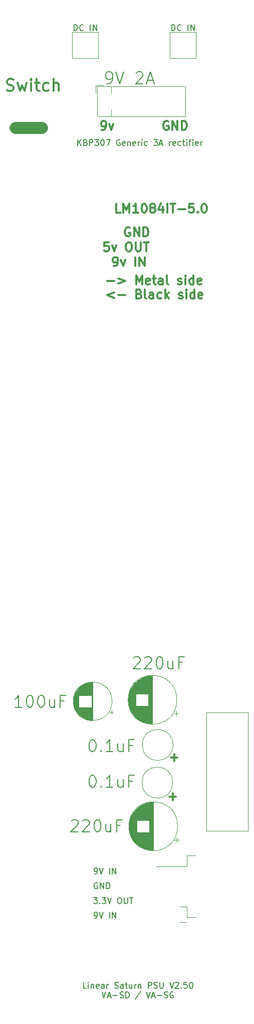
<source format=gbr>
%TF.GenerationSoftware,KiCad,Pcbnew,8.0.0*%
%TF.CreationDate,2025-04-20T03:08:19+02:00*%
%TF.ProjectId,LinearSaturn,4c696e65-6172-4536-9174-75726e2e6b69,rev?*%
%TF.SameCoordinates,Original*%
%TF.FileFunction,Legend,Top*%
%TF.FilePolarity,Positive*%
%FSLAX46Y46*%
G04 Gerber Fmt 4.6, Leading zero omitted, Abs format (unit mm)*
G04 Created by KiCad (PCBNEW 8.0.0) date 2025-04-20 03:08:19*
%MOMM*%
%LPD*%
G01*
G04 APERTURE LIST*
%ADD10C,0.100000*%
%ADD11C,2.000000*%
%ADD12C,0.150000*%
%ADD13C,0.300000*%
%ADD14C,0.120000*%
G04 APERTURE END LIST*
D10*
X153274000Y-145100000D02*
X153274000Y-165100000D01*
D11*
X125500000Y-46500000D02*
X121000000Y-46500000D01*
D10*
X153274000Y-165100000D02*
X160274000Y-165100000D01*
X153274000Y-145100000D02*
X160274000Y-145100000D01*
X160274000Y-145100000D02*
X160274000Y-165100000D01*
D12*
X136480112Y-39037438D02*
X136861064Y-39037438D01*
X136861064Y-39037438D02*
X137051541Y-38942200D01*
X137051541Y-38942200D02*
X137146779Y-38846961D01*
X137146779Y-38846961D02*
X137337255Y-38561247D01*
X137337255Y-38561247D02*
X137432493Y-38180295D01*
X137432493Y-38180295D02*
X137432493Y-37418390D01*
X137432493Y-37418390D02*
X137337255Y-37227914D01*
X137337255Y-37227914D02*
X137242017Y-37132676D01*
X137242017Y-37132676D02*
X137051541Y-37037438D01*
X137051541Y-37037438D02*
X136670588Y-37037438D01*
X136670588Y-37037438D02*
X136480112Y-37132676D01*
X136480112Y-37132676D02*
X136384874Y-37227914D01*
X136384874Y-37227914D02*
X136289636Y-37418390D01*
X136289636Y-37418390D02*
X136289636Y-37894580D01*
X136289636Y-37894580D02*
X136384874Y-38085057D01*
X136384874Y-38085057D02*
X136480112Y-38180295D01*
X136480112Y-38180295D02*
X136670588Y-38275533D01*
X136670588Y-38275533D02*
X137051541Y-38275533D01*
X137051541Y-38275533D02*
X137242017Y-38180295D01*
X137242017Y-38180295D02*
X137337255Y-38085057D01*
X137337255Y-38085057D02*
X137432493Y-37894580D01*
X138003922Y-37037438D02*
X138670588Y-39037438D01*
X138670588Y-39037438D02*
X139337255Y-37037438D01*
X141432494Y-37227914D02*
X141527732Y-37132676D01*
X141527732Y-37132676D02*
X141718208Y-37037438D01*
X141718208Y-37037438D02*
X142194399Y-37037438D01*
X142194399Y-37037438D02*
X142384875Y-37132676D01*
X142384875Y-37132676D02*
X142480113Y-37227914D01*
X142480113Y-37227914D02*
X142575351Y-37418390D01*
X142575351Y-37418390D02*
X142575351Y-37608866D01*
X142575351Y-37608866D02*
X142480113Y-37894580D01*
X142480113Y-37894580D02*
X141337256Y-39037438D01*
X141337256Y-39037438D02*
X142575351Y-39037438D01*
X143337256Y-38466009D02*
X144289637Y-38466009D01*
X143146780Y-39037438D02*
X143813446Y-37037438D01*
X143813446Y-37037438D02*
X144480113Y-39037438D01*
D13*
X148145428Y-159364900D02*
X147002571Y-159364900D01*
X147573999Y-159936328D02*
X147573999Y-158793471D01*
D12*
X132993903Y-191673847D02*
X132517713Y-191673847D01*
X132517713Y-191673847D02*
X132517713Y-190673847D01*
X133327237Y-191673847D02*
X133327237Y-191007180D01*
X133327237Y-190673847D02*
X133279618Y-190721466D01*
X133279618Y-190721466D02*
X133327237Y-190769085D01*
X133327237Y-190769085D02*
X133374856Y-190721466D01*
X133374856Y-190721466D02*
X133327237Y-190673847D01*
X133327237Y-190673847D02*
X133327237Y-190769085D01*
X133803427Y-191007180D02*
X133803427Y-191673847D01*
X133803427Y-191102418D02*
X133851046Y-191054799D01*
X133851046Y-191054799D02*
X133946284Y-191007180D01*
X133946284Y-191007180D02*
X134089141Y-191007180D01*
X134089141Y-191007180D02*
X134184379Y-191054799D01*
X134184379Y-191054799D02*
X134231998Y-191150037D01*
X134231998Y-191150037D02*
X134231998Y-191673847D01*
X135089141Y-191626228D02*
X134993903Y-191673847D01*
X134993903Y-191673847D02*
X134803427Y-191673847D01*
X134803427Y-191673847D02*
X134708189Y-191626228D01*
X134708189Y-191626228D02*
X134660570Y-191530989D01*
X134660570Y-191530989D02*
X134660570Y-191150037D01*
X134660570Y-191150037D02*
X134708189Y-191054799D01*
X134708189Y-191054799D02*
X134803427Y-191007180D01*
X134803427Y-191007180D02*
X134993903Y-191007180D01*
X134993903Y-191007180D02*
X135089141Y-191054799D01*
X135089141Y-191054799D02*
X135136760Y-191150037D01*
X135136760Y-191150037D02*
X135136760Y-191245275D01*
X135136760Y-191245275D02*
X134660570Y-191340513D01*
X135993903Y-191673847D02*
X135993903Y-191150037D01*
X135993903Y-191150037D02*
X135946284Y-191054799D01*
X135946284Y-191054799D02*
X135851046Y-191007180D01*
X135851046Y-191007180D02*
X135660570Y-191007180D01*
X135660570Y-191007180D02*
X135565332Y-191054799D01*
X135993903Y-191626228D02*
X135898665Y-191673847D01*
X135898665Y-191673847D02*
X135660570Y-191673847D01*
X135660570Y-191673847D02*
X135565332Y-191626228D01*
X135565332Y-191626228D02*
X135517713Y-191530989D01*
X135517713Y-191530989D02*
X135517713Y-191435751D01*
X135517713Y-191435751D02*
X135565332Y-191340513D01*
X135565332Y-191340513D02*
X135660570Y-191292894D01*
X135660570Y-191292894D02*
X135898665Y-191292894D01*
X135898665Y-191292894D02*
X135993903Y-191245275D01*
X136470094Y-191673847D02*
X136470094Y-191007180D01*
X136470094Y-191197656D02*
X136517713Y-191102418D01*
X136517713Y-191102418D02*
X136565332Y-191054799D01*
X136565332Y-191054799D02*
X136660570Y-191007180D01*
X136660570Y-191007180D02*
X136755808Y-191007180D01*
X137803428Y-191626228D02*
X137946285Y-191673847D01*
X137946285Y-191673847D02*
X138184380Y-191673847D01*
X138184380Y-191673847D02*
X138279618Y-191626228D01*
X138279618Y-191626228D02*
X138327237Y-191578608D01*
X138327237Y-191578608D02*
X138374856Y-191483370D01*
X138374856Y-191483370D02*
X138374856Y-191388132D01*
X138374856Y-191388132D02*
X138327237Y-191292894D01*
X138327237Y-191292894D02*
X138279618Y-191245275D01*
X138279618Y-191245275D02*
X138184380Y-191197656D01*
X138184380Y-191197656D02*
X137993904Y-191150037D01*
X137993904Y-191150037D02*
X137898666Y-191102418D01*
X137898666Y-191102418D02*
X137851047Y-191054799D01*
X137851047Y-191054799D02*
X137803428Y-190959561D01*
X137803428Y-190959561D02*
X137803428Y-190864323D01*
X137803428Y-190864323D02*
X137851047Y-190769085D01*
X137851047Y-190769085D02*
X137898666Y-190721466D01*
X137898666Y-190721466D02*
X137993904Y-190673847D01*
X137993904Y-190673847D02*
X138231999Y-190673847D01*
X138231999Y-190673847D02*
X138374856Y-190721466D01*
X139231999Y-191673847D02*
X139231999Y-191150037D01*
X139231999Y-191150037D02*
X139184380Y-191054799D01*
X139184380Y-191054799D02*
X139089142Y-191007180D01*
X139089142Y-191007180D02*
X138898666Y-191007180D01*
X138898666Y-191007180D02*
X138803428Y-191054799D01*
X139231999Y-191626228D02*
X139136761Y-191673847D01*
X139136761Y-191673847D02*
X138898666Y-191673847D01*
X138898666Y-191673847D02*
X138803428Y-191626228D01*
X138803428Y-191626228D02*
X138755809Y-191530989D01*
X138755809Y-191530989D02*
X138755809Y-191435751D01*
X138755809Y-191435751D02*
X138803428Y-191340513D01*
X138803428Y-191340513D02*
X138898666Y-191292894D01*
X138898666Y-191292894D02*
X139136761Y-191292894D01*
X139136761Y-191292894D02*
X139231999Y-191245275D01*
X139565333Y-191007180D02*
X139946285Y-191007180D01*
X139708190Y-190673847D02*
X139708190Y-191530989D01*
X139708190Y-191530989D02*
X139755809Y-191626228D01*
X139755809Y-191626228D02*
X139851047Y-191673847D01*
X139851047Y-191673847D02*
X139946285Y-191673847D01*
X140708190Y-191007180D02*
X140708190Y-191673847D01*
X140279619Y-191007180D02*
X140279619Y-191530989D01*
X140279619Y-191530989D02*
X140327238Y-191626228D01*
X140327238Y-191626228D02*
X140422476Y-191673847D01*
X140422476Y-191673847D02*
X140565333Y-191673847D01*
X140565333Y-191673847D02*
X140660571Y-191626228D01*
X140660571Y-191626228D02*
X140708190Y-191578608D01*
X141184381Y-191673847D02*
X141184381Y-191007180D01*
X141184381Y-191197656D02*
X141232000Y-191102418D01*
X141232000Y-191102418D02*
X141279619Y-191054799D01*
X141279619Y-191054799D02*
X141374857Y-191007180D01*
X141374857Y-191007180D02*
X141470095Y-191007180D01*
X141803429Y-191007180D02*
X141803429Y-191673847D01*
X141803429Y-191102418D02*
X141851048Y-191054799D01*
X141851048Y-191054799D02*
X141946286Y-191007180D01*
X141946286Y-191007180D02*
X142089143Y-191007180D01*
X142089143Y-191007180D02*
X142184381Y-191054799D01*
X142184381Y-191054799D02*
X142232000Y-191150037D01*
X142232000Y-191150037D02*
X142232000Y-191673847D01*
X143470096Y-191673847D02*
X143470096Y-190673847D01*
X143470096Y-190673847D02*
X143851048Y-190673847D01*
X143851048Y-190673847D02*
X143946286Y-190721466D01*
X143946286Y-190721466D02*
X143993905Y-190769085D01*
X143993905Y-190769085D02*
X144041524Y-190864323D01*
X144041524Y-190864323D02*
X144041524Y-191007180D01*
X144041524Y-191007180D02*
X143993905Y-191102418D01*
X143993905Y-191102418D02*
X143946286Y-191150037D01*
X143946286Y-191150037D02*
X143851048Y-191197656D01*
X143851048Y-191197656D02*
X143470096Y-191197656D01*
X144422477Y-191626228D02*
X144565334Y-191673847D01*
X144565334Y-191673847D02*
X144803429Y-191673847D01*
X144803429Y-191673847D02*
X144898667Y-191626228D01*
X144898667Y-191626228D02*
X144946286Y-191578608D01*
X144946286Y-191578608D02*
X144993905Y-191483370D01*
X144993905Y-191483370D02*
X144993905Y-191388132D01*
X144993905Y-191388132D02*
X144946286Y-191292894D01*
X144946286Y-191292894D02*
X144898667Y-191245275D01*
X144898667Y-191245275D02*
X144803429Y-191197656D01*
X144803429Y-191197656D02*
X144612953Y-191150037D01*
X144612953Y-191150037D02*
X144517715Y-191102418D01*
X144517715Y-191102418D02*
X144470096Y-191054799D01*
X144470096Y-191054799D02*
X144422477Y-190959561D01*
X144422477Y-190959561D02*
X144422477Y-190864323D01*
X144422477Y-190864323D02*
X144470096Y-190769085D01*
X144470096Y-190769085D02*
X144517715Y-190721466D01*
X144517715Y-190721466D02*
X144612953Y-190673847D01*
X144612953Y-190673847D02*
X144851048Y-190673847D01*
X144851048Y-190673847D02*
X144993905Y-190721466D01*
X145422477Y-190673847D02*
X145422477Y-191483370D01*
X145422477Y-191483370D02*
X145470096Y-191578608D01*
X145470096Y-191578608D02*
X145517715Y-191626228D01*
X145517715Y-191626228D02*
X145612953Y-191673847D01*
X145612953Y-191673847D02*
X145803429Y-191673847D01*
X145803429Y-191673847D02*
X145898667Y-191626228D01*
X145898667Y-191626228D02*
X145946286Y-191578608D01*
X145946286Y-191578608D02*
X145993905Y-191483370D01*
X145993905Y-191483370D02*
X145993905Y-190673847D01*
X147089144Y-190673847D02*
X147422477Y-191673847D01*
X147422477Y-191673847D02*
X147755810Y-190673847D01*
X148041525Y-190769085D02*
X148089144Y-190721466D01*
X148089144Y-190721466D02*
X148184382Y-190673847D01*
X148184382Y-190673847D02*
X148422477Y-190673847D01*
X148422477Y-190673847D02*
X148517715Y-190721466D01*
X148517715Y-190721466D02*
X148565334Y-190769085D01*
X148565334Y-190769085D02*
X148612953Y-190864323D01*
X148612953Y-190864323D02*
X148612953Y-190959561D01*
X148612953Y-190959561D02*
X148565334Y-191102418D01*
X148565334Y-191102418D02*
X147993906Y-191673847D01*
X147993906Y-191673847D02*
X148612953Y-191673847D01*
X149041525Y-191578608D02*
X149089144Y-191626228D01*
X149089144Y-191626228D02*
X149041525Y-191673847D01*
X149041525Y-191673847D02*
X148993906Y-191626228D01*
X148993906Y-191626228D02*
X149041525Y-191578608D01*
X149041525Y-191578608D02*
X149041525Y-191673847D01*
X149993905Y-190673847D02*
X149517715Y-190673847D01*
X149517715Y-190673847D02*
X149470096Y-191150037D01*
X149470096Y-191150037D02*
X149517715Y-191102418D01*
X149517715Y-191102418D02*
X149612953Y-191054799D01*
X149612953Y-191054799D02*
X149851048Y-191054799D01*
X149851048Y-191054799D02*
X149946286Y-191102418D01*
X149946286Y-191102418D02*
X149993905Y-191150037D01*
X149993905Y-191150037D02*
X150041524Y-191245275D01*
X150041524Y-191245275D02*
X150041524Y-191483370D01*
X150041524Y-191483370D02*
X149993905Y-191578608D01*
X149993905Y-191578608D02*
X149946286Y-191626228D01*
X149946286Y-191626228D02*
X149851048Y-191673847D01*
X149851048Y-191673847D02*
X149612953Y-191673847D01*
X149612953Y-191673847D02*
X149517715Y-191626228D01*
X149517715Y-191626228D02*
X149470096Y-191578608D01*
X150660572Y-190673847D02*
X150755810Y-190673847D01*
X150755810Y-190673847D02*
X150851048Y-190721466D01*
X150851048Y-190721466D02*
X150898667Y-190769085D01*
X150898667Y-190769085D02*
X150946286Y-190864323D01*
X150946286Y-190864323D02*
X150993905Y-191054799D01*
X150993905Y-191054799D02*
X150993905Y-191292894D01*
X150993905Y-191292894D02*
X150946286Y-191483370D01*
X150946286Y-191483370D02*
X150898667Y-191578608D01*
X150898667Y-191578608D02*
X150851048Y-191626228D01*
X150851048Y-191626228D02*
X150755810Y-191673847D01*
X150755810Y-191673847D02*
X150660572Y-191673847D01*
X150660572Y-191673847D02*
X150565334Y-191626228D01*
X150565334Y-191626228D02*
X150517715Y-191578608D01*
X150517715Y-191578608D02*
X150470096Y-191483370D01*
X150470096Y-191483370D02*
X150422477Y-191292894D01*
X150422477Y-191292894D02*
X150422477Y-191054799D01*
X150422477Y-191054799D02*
X150470096Y-190864323D01*
X150470096Y-190864323D02*
X150517715Y-190769085D01*
X150517715Y-190769085D02*
X150565334Y-190721466D01*
X150565334Y-190721466D02*
X150660572Y-190673847D01*
X135636762Y-192283791D02*
X135970095Y-193283791D01*
X135970095Y-193283791D02*
X136303428Y-192283791D01*
X136589143Y-192998076D02*
X137065333Y-192998076D01*
X136493905Y-193283791D02*
X136827238Y-192283791D01*
X136827238Y-192283791D02*
X137160571Y-193283791D01*
X137493905Y-192902838D02*
X138255810Y-192902838D01*
X138684381Y-193236172D02*
X138827238Y-193283791D01*
X138827238Y-193283791D02*
X139065333Y-193283791D01*
X139065333Y-193283791D02*
X139160571Y-193236172D01*
X139160571Y-193236172D02*
X139208190Y-193188552D01*
X139208190Y-193188552D02*
X139255809Y-193093314D01*
X139255809Y-193093314D02*
X139255809Y-192998076D01*
X139255809Y-192998076D02*
X139208190Y-192902838D01*
X139208190Y-192902838D02*
X139160571Y-192855219D01*
X139160571Y-192855219D02*
X139065333Y-192807600D01*
X139065333Y-192807600D02*
X138874857Y-192759981D01*
X138874857Y-192759981D02*
X138779619Y-192712362D01*
X138779619Y-192712362D02*
X138732000Y-192664743D01*
X138732000Y-192664743D02*
X138684381Y-192569505D01*
X138684381Y-192569505D02*
X138684381Y-192474267D01*
X138684381Y-192474267D02*
X138732000Y-192379029D01*
X138732000Y-192379029D02*
X138779619Y-192331410D01*
X138779619Y-192331410D02*
X138874857Y-192283791D01*
X138874857Y-192283791D02*
X139112952Y-192283791D01*
X139112952Y-192283791D02*
X139255809Y-192331410D01*
X139684381Y-193283791D02*
X139684381Y-192283791D01*
X139684381Y-192283791D02*
X139922476Y-192283791D01*
X139922476Y-192283791D02*
X140065333Y-192331410D01*
X140065333Y-192331410D02*
X140160571Y-192426648D01*
X140160571Y-192426648D02*
X140208190Y-192521886D01*
X140208190Y-192521886D02*
X140255809Y-192712362D01*
X140255809Y-192712362D02*
X140255809Y-192855219D01*
X140255809Y-192855219D02*
X140208190Y-193045695D01*
X140208190Y-193045695D02*
X140160571Y-193140933D01*
X140160571Y-193140933D02*
X140065333Y-193236172D01*
X140065333Y-193236172D02*
X139922476Y-193283791D01*
X139922476Y-193283791D02*
X139684381Y-193283791D01*
X142160571Y-192236172D02*
X141303429Y-193521886D01*
X143112953Y-192283791D02*
X143446286Y-193283791D01*
X143446286Y-193283791D02*
X143779619Y-192283791D01*
X144065334Y-192998076D02*
X144541524Y-192998076D01*
X143970096Y-193283791D02*
X144303429Y-192283791D01*
X144303429Y-192283791D02*
X144636762Y-193283791D01*
X144970096Y-192902838D02*
X145732001Y-192902838D01*
X146160572Y-193236172D02*
X146303429Y-193283791D01*
X146303429Y-193283791D02*
X146541524Y-193283791D01*
X146541524Y-193283791D02*
X146636762Y-193236172D01*
X146636762Y-193236172D02*
X146684381Y-193188552D01*
X146684381Y-193188552D02*
X146732000Y-193093314D01*
X146732000Y-193093314D02*
X146732000Y-192998076D01*
X146732000Y-192998076D02*
X146684381Y-192902838D01*
X146684381Y-192902838D02*
X146636762Y-192855219D01*
X146636762Y-192855219D02*
X146541524Y-192807600D01*
X146541524Y-192807600D02*
X146351048Y-192759981D01*
X146351048Y-192759981D02*
X146255810Y-192712362D01*
X146255810Y-192712362D02*
X146208191Y-192664743D01*
X146208191Y-192664743D02*
X146160572Y-192569505D01*
X146160572Y-192569505D02*
X146160572Y-192474267D01*
X146160572Y-192474267D02*
X146208191Y-192379029D01*
X146208191Y-192379029D02*
X146255810Y-192331410D01*
X146255810Y-192331410D02*
X146351048Y-192283791D01*
X146351048Y-192283791D02*
X146589143Y-192283791D01*
X146589143Y-192283791D02*
X146732000Y-192331410D01*
X147684381Y-192331410D02*
X147589143Y-192283791D01*
X147589143Y-192283791D02*
X147446286Y-192283791D01*
X147446286Y-192283791D02*
X147303429Y-192331410D01*
X147303429Y-192331410D02*
X147208191Y-192426648D01*
X147208191Y-192426648D02*
X147160572Y-192521886D01*
X147160572Y-192521886D02*
X147112953Y-192712362D01*
X147112953Y-192712362D02*
X147112953Y-192855219D01*
X147112953Y-192855219D02*
X147160572Y-193045695D01*
X147160572Y-193045695D02*
X147208191Y-193140933D01*
X147208191Y-193140933D02*
X147303429Y-193236172D01*
X147303429Y-193236172D02*
X147446286Y-193283791D01*
X147446286Y-193283791D02*
X147541524Y-193283791D01*
X147541524Y-193283791D02*
X147684381Y-193236172D01*
X147684381Y-193236172D02*
X147732000Y-193188552D01*
X147732000Y-193188552D02*
X147732000Y-192855219D01*
X147732000Y-192855219D02*
X147541524Y-192855219D01*
X130479636Y-163437914D02*
X130574874Y-163342676D01*
X130574874Y-163342676D02*
X130765350Y-163247438D01*
X130765350Y-163247438D02*
X131241541Y-163247438D01*
X131241541Y-163247438D02*
X131432017Y-163342676D01*
X131432017Y-163342676D02*
X131527255Y-163437914D01*
X131527255Y-163437914D02*
X131622493Y-163628390D01*
X131622493Y-163628390D02*
X131622493Y-163818866D01*
X131622493Y-163818866D02*
X131527255Y-164104580D01*
X131527255Y-164104580D02*
X130384398Y-165247438D01*
X130384398Y-165247438D02*
X131622493Y-165247438D01*
X132384398Y-163437914D02*
X132479636Y-163342676D01*
X132479636Y-163342676D02*
X132670112Y-163247438D01*
X132670112Y-163247438D02*
X133146303Y-163247438D01*
X133146303Y-163247438D02*
X133336779Y-163342676D01*
X133336779Y-163342676D02*
X133432017Y-163437914D01*
X133432017Y-163437914D02*
X133527255Y-163628390D01*
X133527255Y-163628390D02*
X133527255Y-163818866D01*
X133527255Y-163818866D02*
X133432017Y-164104580D01*
X133432017Y-164104580D02*
X132289160Y-165247438D01*
X132289160Y-165247438D02*
X133527255Y-165247438D01*
X134765350Y-163247438D02*
X134955827Y-163247438D01*
X134955827Y-163247438D02*
X135146303Y-163342676D01*
X135146303Y-163342676D02*
X135241541Y-163437914D01*
X135241541Y-163437914D02*
X135336779Y-163628390D01*
X135336779Y-163628390D02*
X135432017Y-164009342D01*
X135432017Y-164009342D02*
X135432017Y-164485533D01*
X135432017Y-164485533D02*
X135336779Y-164866485D01*
X135336779Y-164866485D02*
X135241541Y-165056961D01*
X135241541Y-165056961D02*
X135146303Y-165152200D01*
X135146303Y-165152200D02*
X134955827Y-165247438D01*
X134955827Y-165247438D02*
X134765350Y-165247438D01*
X134765350Y-165247438D02*
X134574874Y-165152200D01*
X134574874Y-165152200D02*
X134479636Y-165056961D01*
X134479636Y-165056961D02*
X134384398Y-164866485D01*
X134384398Y-164866485D02*
X134289160Y-164485533D01*
X134289160Y-164485533D02*
X134289160Y-164009342D01*
X134289160Y-164009342D02*
X134384398Y-163628390D01*
X134384398Y-163628390D02*
X134479636Y-163437914D01*
X134479636Y-163437914D02*
X134574874Y-163342676D01*
X134574874Y-163342676D02*
X134765350Y-163247438D01*
X137146303Y-163914104D02*
X137146303Y-165247438D01*
X136289160Y-163914104D02*
X136289160Y-164961723D01*
X136289160Y-164961723D02*
X136384398Y-165152200D01*
X136384398Y-165152200D02*
X136574874Y-165247438D01*
X136574874Y-165247438D02*
X136860589Y-165247438D01*
X136860589Y-165247438D02*
X137051065Y-165152200D01*
X137051065Y-165152200D02*
X137146303Y-165056961D01*
X138765351Y-164199819D02*
X138098684Y-164199819D01*
X138098684Y-165247438D02*
X138098684Y-163247438D01*
X138098684Y-163247438D02*
X139051065Y-163247438D01*
X134384398Y-172369819D02*
X134574874Y-172369819D01*
X134574874Y-172369819D02*
X134670112Y-172322200D01*
X134670112Y-172322200D02*
X134717731Y-172274580D01*
X134717731Y-172274580D02*
X134812969Y-172131723D01*
X134812969Y-172131723D02*
X134860588Y-171941247D01*
X134860588Y-171941247D02*
X134860588Y-171560295D01*
X134860588Y-171560295D02*
X134812969Y-171465057D01*
X134812969Y-171465057D02*
X134765350Y-171417438D01*
X134765350Y-171417438D02*
X134670112Y-171369819D01*
X134670112Y-171369819D02*
X134479636Y-171369819D01*
X134479636Y-171369819D02*
X134384398Y-171417438D01*
X134384398Y-171417438D02*
X134336779Y-171465057D01*
X134336779Y-171465057D02*
X134289160Y-171560295D01*
X134289160Y-171560295D02*
X134289160Y-171798390D01*
X134289160Y-171798390D02*
X134336779Y-171893628D01*
X134336779Y-171893628D02*
X134384398Y-171941247D01*
X134384398Y-171941247D02*
X134479636Y-171988866D01*
X134479636Y-171988866D02*
X134670112Y-171988866D01*
X134670112Y-171988866D02*
X134765350Y-171941247D01*
X134765350Y-171941247D02*
X134812969Y-171893628D01*
X134812969Y-171893628D02*
X134860588Y-171798390D01*
X135146303Y-171369819D02*
X135479636Y-172369819D01*
X135479636Y-172369819D02*
X135812969Y-171369819D01*
X136908208Y-172369819D02*
X136908208Y-171369819D01*
X137384398Y-172369819D02*
X137384398Y-171369819D01*
X137384398Y-171369819D02*
X137955826Y-172369819D01*
X137955826Y-172369819D02*
X137955826Y-171369819D01*
X134384398Y-179869819D02*
X134574874Y-179869819D01*
X134574874Y-179869819D02*
X134670112Y-179822200D01*
X134670112Y-179822200D02*
X134717731Y-179774580D01*
X134717731Y-179774580D02*
X134812969Y-179631723D01*
X134812969Y-179631723D02*
X134860588Y-179441247D01*
X134860588Y-179441247D02*
X134860588Y-179060295D01*
X134860588Y-179060295D02*
X134812969Y-178965057D01*
X134812969Y-178965057D02*
X134765350Y-178917438D01*
X134765350Y-178917438D02*
X134670112Y-178869819D01*
X134670112Y-178869819D02*
X134479636Y-178869819D01*
X134479636Y-178869819D02*
X134384398Y-178917438D01*
X134384398Y-178917438D02*
X134336779Y-178965057D01*
X134336779Y-178965057D02*
X134289160Y-179060295D01*
X134289160Y-179060295D02*
X134289160Y-179298390D01*
X134289160Y-179298390D02*
X134336779Y-179393628D01*
X134336779Y-179393628D02*
X134384398Y-179441247D01*
X134384398Y-179441247D02*
X134479636Y-179488866D01*
X134479636Y-179488866D02*
X134670112Y-179488866D01*
X134670112Y-179488866D02*
X134765350Y-179441247D01*
X134765350Y-179441247D02*
X134812969Y-179393628D01*
X134812969Y-179393628D02*
X134860588Y-179298390D01*
X135146303Y-178869819D02*
X135479636Y-179869819D01*
X135479636Y-179869819D02*
X135812969Y-178869819D01*
X136908208Y-179869819D02*
X136908208Y-178869819D01*
X137384398Y-179869819D02*
X137384398Y-178869819D01*
X137384398Y-178869819D02*
X137955826Y-179869819D01*
X137955826Y-179869819D02*
X137955826Y-178869819D01*
D13*
X138768796Y-60800828D02*
X138054510Y-60800828D01*
X138054510Y-60800828D02*
X138054510Y-59300828D01*
X139268796Y-60800828D02*
X139268796Y-59300828D01*
X139268796Y-59300828D02*
X139768796Y-60372257D01*
X139768796Y-60372257D02*
X140268796Y-59300828D01*
X140268796Y-59300828D02*
X140268796Y-60800828D01*
X141768797Y-60800828D02*
X140911654Y-60800828D01*
X141340225Y-60800828D02*
X141340225Y-59300828D01*
X141340225Y-59300828D02*
X141197368Y-59515114D01*
X141197368Y-59515114D02*
X141054511Y-59657971D01*
X141054511Y-59657971D02*
X140911654Y-59729400D01*
X142697368Y-59300828D02*
X142840225Y-59300828D01*
X142840225Y-59300828D02*
X142983082Y-59372257D01*
X142983082Y-59372257D02*
X143054511Y-59443685D01*
X143054511Y-59443685D02*
X143125939Y-59586542D01*
X143125939Y-59586542D02*
X143197368Y-59872257D01*
X143197368Y-59872257D02*
X143197368Y-60229400D01*
X143197368Y-60229400D02*
X143125939Y-60515114D01*
X143125939Y-60515114D02*
X143054511Y-60657971D01*
X143054511Y-60657971D02*
X142983082Y-60729400D01*
X142983082Y-60729400D02*
X142840225Y-60800828D01*
X142840225Y-60800828D02*
X142697368Y-60800828D01*
X142697368Y-60800828D02*
X142554511Y-60729400D01*
X142554511Y-60729400D02*
X142483082Y-60657971D01*
X142483082Y-60657971D02*
X142411653Y-60515114D01*
X142411653Y-60515114D02*
X142340225Y-60229400D01*
X142340225Y-60229400D02*
X142340225Y-59872257D01*
X142340225Y-59872257D02*
X142411653Y-59586542D01*
X142411653Y-59586542D02*
X142483082Y-59443685D01*
X142483082Y-59443685D02*
X142554511Y-59372257D01*
X142554511Y-59372257D02*
X142697368Y-59300828D01*
X144054510Y-59943685D02*
X143911653Y-59872257D01*
X143911653Y-59872257D02*
X143840224Y-59800828D01*
X143840224Y-59800828D02*
X143768796Y-59657971D01*
X143768796Y-59657971D02*
X143768796Y-59586542D01*
X143768796Y-59586542D02*
X143840224Y-59443685D01*
X143840224Y-59443685D02*
X143911653Y-59372257D01*
X143911653Y-59372257D02*
X144054510Y-59300828D01*
X144054510Y-59300828D02*
X144340224Y-59300828D01*
X144340224Y-59300828D02*
X144483082Y-59372257D01*
X144483082Y-59372257D02*
X144554510Y-59443685D01*
X144554510Y-59443685D02*
X144625939Y-59586542D01*
X144625939Y-59586542D02*
X144625939Y-59657971D01*
X144625939Y-59657971D02*
X144554510Y-59800828D01*
X144554510Y-59800828D02*
X144483082Y-59872257D01*
X144483082Y-59872257D02*
X144340224Y-59943685D01*
X144340224Y-59943685D02*
X144054510Y-59943685D01*
X144054510Y-59943685D02*
X143911653Y-60015114D01*
X143911653Y-60015114D02*
X143840224Y-60086542D01*
X143840224Y-60086542D02*
X143768796Y-60229400D01*
X143768796Y-60229400D02*
X143768796Y-60515114D01*
X143768796Y-60515114D02*
X143840224Y-60657971D01*
X143840224Y-60657971D02*
X143911653Y-60729400D01*
X143911653Y-60729400D02*
X144054510Y-60800828D01*
X144054510Y-60800828D02*
X144340224Y-60800828D01*
X144340224Y-60800828D02*
X144483082Y-60729400D01*
X144483082Y-60729400D02*
X144554510Y-60657971D01*
X144554510Y-60657971D02*
X144625939Y-60515114D01*
X144625939Y-60515114D02*
X144625939Y-60229400D01*
X144625939Y-60229400D02*
X144554510Y-60086542D01*
X144554510Y-60086542D02*
X144483082Y-60015114D01*
X144483082Y-60015114D02*
X144340224Y-59943685D01*
X145911653Y-59800828D02*
X145911653Y-60800828D01*
X145554510Y-59229400D02*
X145197367Y-60300828D01*
X145197367Y-60300828D02*
X146125938Y-60300828D01*
X146697366Y-60800828D02*
X146697366Y-59300828D01*
X147197367Y-59300828D02*
X148054510Y-59300828D01*
X147625938Y-60800828D02*
X147625938Y-59300828D01*
X148554509Y-60229400D02*
X149697367Y-60229400D01*
X151125938Y-59300828D02*
X150411652Y-59300828D01*
X150411652Y-59300828D02*
X150340224Y-60015114D01*
X150340224Y-60015114D02*
X150411652Y-59943685D01*
X150411652Y-59943685D02*
X150554510Y-59872257D01*
X150554510Y-59872257D02*
X150911652Y-59872257D01*
X150911652Y-59872257D02*
X151054510Y-59943685D01*
X151054510Y-59943685D02*
X151125938Y-60015114D01*
X151125938Y-60015114D02*
X151197367Y-60157971D01*
X151197367Y-60157971D02*
X151197367Y-60515114D01*
X151197367Y-60515114D02*
X151125938Y-60657971D01*
X151125938Y-60657971D02*
X151054510Y-60729400D01*
X151054510Y-60729400D02*
X150911652Y-60800828D01*
X150911652Y-60800828D02*
X150554510Y-60800828D01*
X150554510Y-60800828D02*
X150411652Y-60729400D01*
X150411652Y-60729400D02*
X150340224Y-60657971D01*
X151840223Y-60657971D02*
X151911652Y-60729400D01*
X151911652Y-60729400D02*
X151840223Y-60800828D01*
X151840223Y-60800828D02*
X151768795Y-60729400D01*
X151768795Y-60729400D02*
X151840223Y-60657971D01*
X151840223Y-60657971D02*
X151840223Y-60800828D01*
X152840224Y-59300828D02*
X152983081Y-59300828D01*
X152983081Y-59300828D02*
X153125938Y-59372257D01*
X153125938Y-59372257D02*
X153197367Y-59443685D01*
X153197367Y-59443685D02*
X153268795Y-59586542D01*
X153268795Y-59586542D02*
X153340224Y-59872257D01*
X153340224Y-59872257D02*
X153340224Y-60229400D01*
X153340224Y-60229400D02*
X153268795Y-60515114D01*
X153268795Y-60515114D02*
X153197367Y-60657971D01*
X153197367Y-60657971D02*
X153125938Y-60729400D01*
X153125938Y-60729400D02*
X152983081Y-60800828D01*
X152983081Y-60800828D02*
X152840224Y-60800828D01*
X152840224Y-60800828D02*
X152697367Y-60729400D01*
X152697367Y-60729400D02*
X152625938Y-60657971D01*
X152625938Y-60657971D02*
X152554509Y-60515114D01*
X152554509Y-60515114D02*
X152483081Y-60229400D01*
X152483081Y-60229400D02*
X152483081Y-59872257D01*
X152483081Y-59872257D02*
X152554509Y-59586542D01*
X152554509Y-59586542D02*
X152625938Y-59443685D01*
X152625938Y-59443685D02*
X152697367Y-59372257D01*
X152697367Y-59372257D02*
X152840224Y-59300828D01*
X136554510Y-72314484D02*
X137697368Y-72314484D01*
X138411653Y-71885912D02*
X139554511Y-72314484D01*
X139554511Y-72314484D02*
X138411653Y-72743055D01*
X141411653Y-72885912D02*
X141411653Y-71385912D01*
X141411653Y-71385912D02*
X141911653Y-72457341D01*
X141911653Y-72457341D02*
X142411653Y-71385912D01*
X142411653Y-71385912D02*
X142411653Y-72885912D01*
X143697368Y-72814484D02*
X143554511Y-72885912D01*
X143554511Y-72885912D02*
X143268797Y-72885912D01*
X143268797Y-72885912D02*
X143125939Y-72814484D01*
X143125939Y-72814484D02*
X143054511Y-72671626D01*
X143054511Y-72671626D02*
X143054511Y-72100198D01*
X143054511Y-72100198D02*
X143125939Y-71957341D01*
X143125939Y-71957341D02*
X143268797Y-71885912D01*
X143268797Y-71885912D02*
X143554511Y-71885912D01*
X143554511Y-71885912D02*
X143697368Y-71957341D01*
X143697368Y-71957341D02*
X143768797Y-72100198D01*
X143768797Y-72100198D02*
X143768797Y-72243055D01*
X143768797Y-72243055D02*
X143054511Y-72385912D01*
X144197368Y-71885912D02*
X144768796Y-71885912D01*
X144411653Y-71385912D02*
X144411653Y-72671626D01*
X144411653Y-72671626D02*
X144483082Y-72814484D01*
X144483082Y-72814484D02*
X144625939Y-72885912D01*
X144625939Y-72885912D02*
X144768796Y-72885912D01*
X145911654Y-72885912D02*
X145911654Y-72100198D01*
X145911654Y-72100198D02*
X145840225Y-71957341D01*
X145840225Y-71957341D02*
X145697368Y-71885912D01*
X145697368Y-71885912D02*
X145411654Y-71885912D01*
X145411654Y-71885912D02*
X145268796Y-71957341D01*
X145911654Y-72814484D02*
X145768796Y-72885912D01*
X145768796Y-72885912D02*
X145411654Y-72885912D01*
X145411654Y-72885912D02*
X145268796Y-72814484D01*
X145268796Y-72814484D02*
X145197368Y-72671626D01*
X145197368Y-72671626D02*
X145197368Y-72528769D01*
X145197368Y-72528769D02*
X145268796Y-72385912D01*
X145268796Y-72385912D02*
X145411654Y-72314484D01*
X145411654Y-72314484D02*
X145768796Y-72314484D01*
X145768796Y-72314484D02*
X145911654Y-72243055D01*
X146840225Y-72885912D02*
X146697368Y-72814484D01*
X146697368Y-72814484D02*
X146625939Y-72671626D01*
X146625939Y-72671626D02*
X146625939Y-71385912D01*
X148483082Y-72814484D02*
X148625939Y-72885912D01*
X148625939Y-72885912D02*
X148911653Y-72885912D01*
X148911653Y-72885912D02*
X149054510Y-72814484D01*
X149054510Y-72814484D02*
X149125939Y-72671626D01*
X149125939Y-72671626D02*
X149125939Y-72600198D01*
X149125939Y-72600198D02*
X149054510Y-72457341D01*
X149054510Y-72457341D02*
X148911653Y-72385912D01*
X148911653Y-72385912D02*
X148697368Y-72385912D01*
X148697368Y-72385912D02*
X148554510Y-72314484D01*
X148554510Y-72314484D02*
X148483082Y-72171626D01*
X148483082Y-72171626D02*
X148483082Y-72100198D01*
X148483082Y-72100198D02*
X148554510Y-71957341D01*
X148554510Y-71957341D02*
X148697368Y-71885912D01*
X148697368Y-71885912D02*
X148911653Y-71885912D01*
X148911653Y-71885912D02*
X149054510Y-71957341D01*
X149768796Y-72885912D02*
X149768796Y-71885912D01*
X149768796Y-71385912D02*
X149697368Y-71457341D01*
X149697368Y-71457341D02*
X149768796Y-71528769D01*
X149768796Y-71528769D02*
X149840225Y-71457341D01*
X149840225Y-71457341D02*
X149768796Y-71385912D01*
X149768796Y-71385912D02*
X149768796Y-71528769D01*
X151125940Y-72885912D02*
X151125940Y-71385912D01*
X151125940Y-72814484D02*
X150983082Y-72885912D01*
X150983082Y-72885912D02*
X150697368Y-72885912D01*
X150697368Y-72885912D02*
X150554511Y-72814484D01*
X150554511Y-72814484D02*
X150483082Y-72743055D01*
X150483082Y-72743055D02*
X150411654Y-72600198D01*
X150411654Y-72600198D02*
X150411654Y-72171626D01*
X150411654Y-72171626D02*
X150483082Y-72028769D01*
X150483082Y-72028769D02*
X150554511Y-71957341D01*
X150554511Y-71957341D02*
X150697368Y-71885912D01*
X150697368Y-71885912D02*
X150983082Y-71885912D01*
X150983082Y-71885912D02*
X151125940Y-71957341D01*
X152411654Y-72814484D02*
X152268797Y-72885912D01*
X152268797Y-72885912D02*
X151983083Y-72885912D01*
X151983083Y-72885912D02*
X151840225Y-72814484D01*
X151840225Y-72814484D02*
X151768797Y-72671626D01*
X151768797Y-72671626D02*
X151768797Y-72100198D01*
X151768797Y-72100198D02*
X151840225Y-71957341D01*
X151840225Y-71957341D02*
X151983083Y-71885912D01*
X151983083Y-71885912D02*
X152268797Y-71885912D01*
X152268797Y-71885912D02*
X152411654Y-71957341D01*
X152411654Y-71957341D02*
X152483083Y-72100198D01*
X152483083Y-72100198D02*
X152483083Y-72243055D01*
X152483083Y-72243055D02*
X151768797Y-72385912D01*
X137697368Y-74300828D02*
X136554510Y-74729400D01*
X136554510Y-74729400D02*
X137697368Y-75157971D01*
X138411653Y-74729400D02*
X139554511Y-74729400D01*
X141911653Y-74515114D02*
X142125939Y-74586542D01*
X142125939Y-74586542D02*
X142197368Y-74657971D01*
X142197368Y-74657971D02*
X142268796Y-74800828D01*
X142268796Y-74800828D02*
X142268796Y-75015114D01*
X142268796Y-75015114D02*
X142197368Y-75157971D01*
X142197368Y-75157971D02*
X142125939Y-75229400D01*
X142125939Y-75229400D02*
X141983082Y-75300828D01*
X141983082Y-75300828D02*
X141411653Y-75300828D01*
X141411653Y-75300828D02*
X141411653Y-73800828D01*
X141411653Y-73800828D02*
X141911653Y-73800828D01*
X141911653Y-73800828D02*
X142054511Y-73872257D01*
X142054511Y-73872257D02*
X142125939Y-73943685D01*
X142125939Y-73943685D02*
X142197368Y-74086542D01*
X142197368Y-74086542D02*
X142197368Y-74229400D01*
X142197368Y-74229400D02*
X142125939Y-74372257D01*
X142125939Y-74372257D02*
X142054511Y-74443685D01*
X142054511Y-74443685D02*
X141911653Y-74515114D01*
X141911653Y-74515114D02*
X141411653Y-74515114D01*
X143125939Y-75300828D02*
X142983082Y-75229400D01*
X142983082Y-75229400D02*
X142911653Y-75086542D01*
X142911653Y-75086542D02*
X142911653Y-73800828D01*
X144340225Y-75300828D02*
X144340225Y-74515114D01*
X144340225Y-74515114D02*
X144268796Y-74372257D01*
X144268796Y-74372257D02*
X144125939Y-74300828D01*
X144125939Y-74300828D02*
X143840225Y-74300828D01*
X143840225Y-74300828D02*
X143697367Y-74372257D01*
X144340225Y-75229400D02*
X144197367Y-75300828D01*
X144197367Y-75300828D02*
X143840225Y-75300828D01*
X143840225Y-75300828D02*
X143697367Y-75229400D01*
X143697367Y-75229400D02*
X143625939Y-75086542D01*
X143625939Y-75086542D02*
X143625939Y-74943685D01*
X143625939Y-74943685D02*
X143697367Y-74800828D01*
X143697367Y-74800828D02*
X143840225Y-74729400D01*
X143840225Y-74729400D02*
X144197367Y-74729400D01*
X144197367Y-74729400D02*
X144340225Y-74657971D01*
X145697368Y-75229400D02*
X145554510Y-75300828D01*
X145554510Y-75300828D02*
X145268796Y-75300828D01*
X145268796Y-75300828D02*
X145125939Y-75229400D01*
X145125939Y-75229400D02*
X145054510Y-75157971D01*
X145054510Y-75157971D02*
X144983082Y-75015114D01*
X144983082Y-75015114D02*
X144983082Y-74586542D01*
X144983082Y-74586542D02*
X145054510Y-74443685D01*
X145054510Y-74443685D02*
X145125939Y-74372257D01*
X145125939Y-74372257D02*
X145268796Y-74300828D01*
X145268796Y-74300828D02*
X145554510Y-74300828D01*
X145554510Y-74300828D02*
X145697368Y-74372257D01*
X146340224Y-75300828D02*
X146340224Y-73800828D01*
X146483082Y-74729400D02*
X146911653Y-75300828D01*
X146911653Y-74300828D02*
X146340224Y-74872257D01*
X148625939Y-75229400D02*
X148768796Y-75300828D01*
X148768796Y-75300828D02*
X149054510Y-75300828D01*
X149054510Y-75300828D02*
X149197367Y-75229400D01*
X149197367Y-75229400D02*
X149268796Y-75086542D01*
X149268796Y-75086542D02*
X149268796Y-75015114D01*
X149268796Y-75015114D02*
X149197367Y-74872257D01*
X149197367Y-74872257D02*
X149054510Y-74800828D01*
X149054510Y-74800828D02*
X148840225Y-74800828D01*
X148840225Y-74800828D02*
X148697367Y-74729400D01*
X148697367Y-74729400D02*
X148625939Y-74586542D01*
X148625939Y-74586542D02*
X148625939Y-74515114D01*
X148625939Y-74515114D02*
X148697367Y-74372257D01*
X148697367Y-74372257D02*
X148840225Y-74300828D01*
X148840225Y-74300828D02*
X149054510Y-74300828D01*
X149054510Y-74300828D02*
X149197367Y-74372257D01*
X149911653Y-75300828D02*
X149911653Y-74300828D01*
X149911653Y-73800828D02*
X149840225Y-73872257D01*
X149840225Y-73872257D02*
X149911653Y-73943685D01*
X149911653Y-73943685D02*
X149983082Y-73872257D01*
X149983082Y-73872257D02*
X149911653Y-73800828D01*
X149911653Y-73800828D02*
X149911653Y-73943685D01*
X151268797Y-75300828D02*
X151268797Y-73800828D01*
X151268797Y-75229400D02*
X151125939Y-75300828D01*
X151125939Y-75300828D02*
X150840225Y-75300828D01*
X150840225Y-75300828D02*
X150697368Y-75229400D01*
X150697368Y-75229400D02*
X150625939Y-75157971D01*
X150625939Y-75157971D02*
X150554511Y-75015114D01*
X150554511Y-75015114D02*
X150554511Y-74586542D01*
X150554511Y-74586542D02*
X150625939Y-74443685D01*
X150625939Y-74443685D02*
X150697368Y-74372257D01*
X150697368Y-74372257D02*
X150840225Y-74300828D01*
X150840225Y-74300828D02*
X151125939Y-74300828D01*
X151125939Y-74300828D02*
X151268797Y-74372257D01*
X152554511Y-75229400D02*
X152411654Y-75300828D01*
X152411654Y-75300828D02*
X152125940Y-75300828D01*
X152125940Y-75300828D02*
X151983082Y-75229400D01*
X151983082Y-75229400D02*
X151911654Y-75086542D01*
X151911654Y-75086542D02*
X151911654Y-74515114D01*
X151911654Y-74515114D02*
X151983082Y-74372257D01*
X151983082Y-74372257D02*
X152125940Y-74300828D01*
X152125940Y-74300828D02*
X152411654Y-74300828D01*
X152411654Y-74300828D02*
X152554511Y-74372257D01*
X152554511Y-74372257D02*
X152625940Y-74515114D01*
X152625940Y-74515114D02*
X152625940Y-74657971D01*
X152625940Y-74657971D02*
X151911654Y-74800828D01*
X146840225Y-45372257D02*
X146697368Y-45300828D01*
X146697368Y-45300828D02*
X146483082Y-45300828D01*
X146483082Y-45300828D02*
X146268796Y-45372257D01*
X146268796Y-45372257D02*
X146125939Y-45515114D01*
X146125939Y-45515114D02*
X146054510Y-45657971D01*
X146054510Y-45657971D02*
X145983082Y-45943685D01*
X145983082Y-45943685D02*
X145983082Y-46157971D01*
X145983082Y-46157971D02*
X146054510Y-46443685D01*
X146054510Y-46443685D02*
X146125939Y-46586542D01*
X146125939Y-46586542D02*
X146268796Y-46729400D01*
X146268796Y-46729400D02*
X146483082Y-46800828D01*
X146483082Y-46800828D02*
X146625939Y-46800828D01*
X146625939Y-46800828D02*
X146840225Y-46729400D01*
X146840225Y-46729400D02*
X146911653Y-46657971D01*
X146911653Y-46657971D02*
X146911653Y-46157971D01*
X146911653Y-46157971D02*
X146625939Y-46157971D01*
X147554510Y-46800828D02*
X147554510Y-45300828D01*
X147554510Y-45300828D02*
X148411653Y-46800828D01*
X148411653Y-46800828D02*
X148411653Y-45300828D01*
X149125939Y-46800828D02*
X149125939Y-45300828D01*
X149125939Y-45300828D02*
X149483082Y-45300828D01*
X149483082Y-45300828D02*
X149697368Y-45372257D01*
X149697368Y-45372257D02*
X149840225Y-45515114D01*
X149840225Y-45515114D02*
X149911654Y-45657971D01*
X149911654Y-45657971D02*
X149983082Y-45943685D01*
X149983082Y-45943685D02*
X149983082Y-46157971D01*
X149983082Y-46157971D02*
X149911654Y-46443685D01*
X149911654Y-46443685D02*
X149840225Y-46586542D01*
X149840225Y-46586542D02*
X149697368Y-46729400D01*
X149697368Y-46729400D02*
X149483082Y-46800828D01*
X149483082Y-46800828D02*
X149125939Y-46800828D01*
D12*
X134241541Y-176369819D02*
X134860588Y-176369819D01*
X134860588Y-176369819D02*
X134527255Y-176750771D01*
X134527255Y-176750771D02*
X134670112Y-176750771D01*
X134670112Y-176750771D02*
X134765350Y-176798390D01*
X134765350Y-176798390D02*
X134812969Y-176846009D01*
X134812969Y-176846009D02*
X134860588Y-176941247D01*
X134860588Y-176941247D02*
X134860588Y-177179342D01*
X134860588Y-177179342D02*
X134812969Y-177274580D01*
X134812969Y-177274580D02*
X134765350Y-177322200D01*
X134765350Y-177322200D02*
X134670112Y-177369819D01*
X134670112Y-177369819D02*
X134384398Y-177369819D01*
X134384398Y-177369819D02*
X134289160Y-177322200D01*
X134289160Y-177322200D02*
X134241541Y-177274580D01*
X135289160Y-177274580D02*
X135336779Y-177322200D01*
X135336779Y-177322200D02*
X135289160Y-177369819D01*
X135289160Y-177369819D02*
X135241541Y-177322200D01*
X135241541Y-177322200D02*
X135289160Y-177274580D01*
X135289160Y-177274580D02*
X135289160Y-177369819D01*
X135670112Y-176369819D02*
X136289159Y-176369819D01*
X136289159Y-176369819D02*
X135955826Y-176750771D01*
X135955826Y-176750771D02*
X136098683Y-176750771D01*
X136098683Y-176750771D02*
X136193921Y-176798390D01*
X136193921Y-176798390D02*
X136241540Y-176846009D01*
X136241540Y-176846009D02*
X136289159Y-176941247D01*
X136289159Y-176941247D02*
X136289159Y-177179342D01*
X136289159Y-177179342D02*
X136241540Y-177274580D01*
X136241540Y-177274580D02*
X136193921Y-177322200D01*
X136193921Y-177322200D02*
X136098683Y-177369819D01*
X136098683Y-177369819D02*
X135812969Y-177369819D01*
X135812969Y-177369819D02*
X135717731Y-177322200D01*
X135717731Y-177322200D02*
X135670112Y-177274580D01*
X136574874Y-176369819D02*
X136908207Y-177369819D01*
X136908207Y-177369819D02*
X137241540Y-176369819D01*
X138527255Y-176369819D02*
X138717731Y-176369819D01*
X138717731Y-176369819D02*
X138812969Y-176417438D01*
X138812969Y-176417438D02*
X138908207Y-176512676D01*
X138908207Y-176512676D02*
X138955826Y-176703152D01*
X138955826Y-176703152D02*
X138955826Y-177036485D01*
X138955826Y-177036485D02*
X138908207Y-177226961D01*
X138908207Y-177226961D02*
X138812969Y-177322200D01*
X138812969Y-177322200D02*
X138717731Y-177369819D01*
X138717731Y-177369819D02*
X138527255Y-177369819D01*
X138527255Y-177369819D02*
X138432017Y-177322200D01*
X138432017Y-177322200D02*
X138336779Y-177226961D01*
X138336779Y-177226961D02*
X138289160Y-177036485D01*
X138289160Y-177036485D02*
X138289160Y-176703152D01*
X138289160Y-176703152D02*
X138336779Y-176512676D01*
X138336779Y-176512676D02*
X138432017Y-176417438D01*
X138432017Y-176417438D02*
X138527255Y-176369819D01*
X139384398Y-176369819D02*
X139384398Y-177179342D01*
X139384398Y-177179342D02*
X139432017Y-177274580D01*
X139432017Y-177274580D02*
X139479636Y-177322200D01*
X139479636Y-177322200D02*
X139574874Y-177369819D01*
X139574874Y-177369819D02*
X139765350Y-177369819D01*
X139765350Y-177369819D02*
X139860588Y-177322200D01*
X139860588Y-177322200D02*
X139908207Y-177274580D01*
X139908207Y-177274580D02*
X139955826Y-177179342D01*
X139955826Y-177179342D02*
X139955826Y-176369819D01*
X140289160Y-176369819D02*
X140860588Y-176369819D01*
X140574874Y-177369819D02*
X140574874Y-176369819D01*
D13*
X148399428Y-152760900D02*
X147256571Y-152760900D01*
X147827999Y-153332328D02*
X147827999Y-152189471D01*
D12*
X134860588Y-173917438D02*
X134765350Y-173869819D01*
X134765350Y-173869819D02*
X134622493Y-173869819D01*
X134622493Y-173869819D02*
X134479636Y-173917438D01*
X134479636Y-173917438D02*
X134384398Y-174012676D01*
X134384398Y-174012676D02*
X134336779Y-174107914D01*
X134336779Y-174107914D02*
X134289160Y-174298390D01*
X134289160Y-174298390D02*
X134289160Y-174441247D01*
X134289160Y-174441247D02*
X134336779Y-174631723D01*
X134336779Y-174631723D02*
X134384398Y-174726961D01*
X134384398Y-174726961D02*
X134479636Y-174822200D01*
X134479636Y-174822200D02*
X134622493Y-174869819D01*
X134622493Y-174869819D02*
X134717731Y-174869819D01*
X134717731Y-174869819D02*
X134860588Y-174822200D01*
X134860588Y-174822200D02*
X134908207Y-174774580D01*
X134908207Y-174774580D02*
X134908207Y-174441247D01*
X134908207Y-174441247D02*
X134717731Y-174441247D01*
X135336779Y-174869819D02*
X135336779Y-173869819D01*
X135336779Y-173869819D02*
X135908207Y-174869819D01*
X135908207Y-174869819D02*
X135908207Y-173869819D01*
X136384398Y-174869819D02*
X136384398Y-173869819D01*
X136384398Y-173869819D02*
X136622493Y-173869819D01*
X136622493Y-173869819D02*
X136765350Y-173917438D01*
X136765350Y-173917438D02*
X136860588Y-174012676D01*
X136860588Y-174012676D02*
X136908207Y-174107914D01*
X136908207Y-174107914D02*
X136955826Y-174298390D01*
X136955826Y-174298390D02*
X136955826Y-174441247D01*
X136955826Y-174441247D02*
X136908207Y-174631723D01*
X136908207Y-174631723D02*
X136860588Y-174726961D01*
X136860588Y-174726961D02*
X136765350Y-174822200D01*
X136765350Y-174822200D02*
X136622493Y-174869819D01*
X136622493Y-174869819D02*
X136384398Y-174869819D01*
X140979636Y-135937914D02*
X141074874Y-135842676D01*
X141074874Y-135842676D02*
X141265350Y-135747438D01*
X141265350Y-135747438D02*
X141741541Y-135747438D01*
X141741541Y-135747438D02*
X141932017Y-135842676D01*
X141932017Y-135842676D02*
X142027255Y-135937914D01*
X142027255Y-135937914D02*
X142122493Y-136128390D01*
X142122493Y-136128390D02*
X142122493Y-136318866D01*
X142122493Y-136318866D02*
X142027255Y-136604580D01*
X142027255Y-136604580D02*
X140884398Y-137747438D01*
X140884398Y-137747438D02*
X142122493Y-137747438D01*
X142884398Y-135937914D02*
X142979636Y-135842676D01*
X142979636Y-135842676D02*
X143170112Y-135747438D01*
X143170112Y-135747438D02*
X143646303Y-135747438D01*
X143646303Y-135747438D02*
X143836779Y-135842676D01*
X143836779Y-135842676D02*
X143932017Y-135937914D01*
X143932017Y-135937914D02*
X144027255Y-136128390D01*
X144027255Y-136128390D02*
X144027255Y-136318866D01*
X144027255Y-136318866D02*
X143932017Y-136604580D01*
X143932017Y-136604580D02*
X142789160Y-137747438D01*
X142789160Y-137747438D02*
X144027255Y-137747438D01*
X145265350Y-135747438D02*
X145455827Y-135747438D01*
X145455827Y-135747438D02*
X145646303Y-135842676D01*
X145646303Y-135842676D02*
X145741541Y-135937914D01*
X145741541Y-135937914D02*
X145836779Y-136128390D01*
X145836779Y-136128390D02*
X145932017Y-136509342D01*
X145932017Y-136509342D02*
X145932017Y-136985533D01*
X145932017Y-136985533D02*
X145836779Y-137366485D01*
X145836779Y-137366485D02*
X145741541Y-137556961D01*
X145741541Y-137556961D02*
X145646303Y-137652200D01*
X145646303Y-137652200D02*
X145455827Y-137747438D01*
X145455827Y-137747438D02*
X145265350Y-137747438D01*
X145265350Y-137747438D02*
X145074874Y-137652200D01*
X145074874Y-137652200D02*
X144979636Y-137556961D01*
X144979636Y-137556961D02*
X144884398Y-137366485D01*
X144884398Y-137366485D02*
X144789160Y-136985533D01*
X144789160Y-136985533D02*
X144789160Y-136509342D01*
X144789160Y-136509342D02*
X144884398Y-136128390D01*
X144884398Y-136128390D02*
X144979636Y-135937914D01*
X144979636Y-135937914D02*
X145074874Y-135842676D01*
X145074874Y-135842676D02*
X145265350Y-135747438D01*
X147646303Y-136414104D02*
X147646303Y-137747438D01*
X146789160Y-136414104D02*
X146789160Y-137461723D01*
X146789160Y-137461723D02*
X146884398Y-137652200D01*
X146884398Y-137652200D02*
X147074874Y-137747438D01*
X147074874Y-137747438D02*
X147360589Y-137747438D01*
X147360589Y-137747438D02*
X147551065Y-137652200D01*
X147551065Y-137652200D02*
X147646303Y-137556961D01*
X149265351Y-136699819D02*
X148598684Y-136699819D01*
X148598684Y-137747438D02*
X148598684Y-135747438D01*
X148598684Y-135747438D02*
X149551065Y-135747438D01*
D13*
X135625939Y-46800828D02*
X135911653Y-46800828D01*
X135911653Y-46800828D02*
X136054510Y-46729400D01*
X136054510Y-46729400D02*
X136125939Y-46657971D01*
X136125939Y-46657971D02*
X136268796Y-46443685D01*
X136268796Y-46443685D02*
X136340225Y-46157971D01*
X136340225Y-46157971D02*
X136340225Y-45586542D01*
X136340225Y-45586542D02*
X136268796Y-45443685D01*
X136268796Y-45443685D02*
X136197368Y-45372257D01*
X136197368Y-45372257D02*
X136054510Y-45300828D01*
X136054510Y-45300828D02*
X135768796Y-45300828D01*
X135768796Y-45300828D02*
X135625939Y-45372257D01*
X135625939Y-45372257D02*
X135554510Y-45443685D01*
X135554510Y-45443685D02*
X135483082Y-45586542D01*
X135483082Y-45586542D02*
X135483082Y-45943685D01*
X135483082Y-45943685D02*
X135554510Y-46086542D01*
X135554510Y-46086542D02*
X135625939Y-46157971D01*
X135625939Y-46157971D02*
X135768796Y-46229400D01*
X135768796Y-46229400D02*
X136054510Y-46229400D01*
X136054510Y-46229400D02*
X136197368Y-46157971D01*
X136197368Y-46157971D02*
X136268796Y-46086542D01*
X136268796Y-46086542D02*
X136340225Y-45943685D01*
X136840224Y-45800828D02*
X137197367Y-46800828D01*
X137197367Y-46800828D02*
X137554510Y-45800828D01*
X137625939Y-69800828D02*
X137911653Y-69800828D01*
X137911653Y-69800828D02*
X138054510Y-69729400D01*
X138054510Y-69729400D02*
X138125939Y-69657971D01*
X138125939Y-69657971D02*
X138268796Y-69443685D01*
X138268796Y-69443685D02*
X138340225Y-69157971D01*
X138340225Y-69157971D02*
X138340225Y-68586542D01*
X138340225Y-68586542D02*
X138268796Y-68443685D01*
X138268796Y-68443685D02*
X138197368Y-68372257D01*
X138197368Y-68372257D02*
X138054510Y-68300828D01*
X138054510Y-68300828D02*
X137768796Y-68300828D01*
X137768796Y-68300828D02*
X137625939Y-68372257D01*
X137625939Y-68372257D02*
X137554510Y-68443685D01*
X137554510Y-68443685D02*
X137483082Y-68586542D01*
X137483082Y-68586542D02*
X137483082Y-68943685D01*
X137483082Y-68943685D02*
X137554510Y-69086542D01*
X137554510Y-69086542D02*
X137625939Y-69157971D01*
X137625939Y-69157971D02*
X137768796Y-69229400D01*
X137768796Y-69229400D02*
X138054510Y-69229400D01*
X138054510Y-69229400D02*
X138197368Y-69157971D01*
X138197368Y-69157971D02*
X138268796Y-69086542D01*
X138268796Y-69086542D02*
X138340225Y-68943685D01*
X138840224Y-68800828D02*
X139197367Y-69800828D01*
X139197367Y-69800828D02*
X139554510Y-68800828D01*
X141268795Y-69800828D02*
X141268795Y-68300828D01*
X141983081Y-69800828D02*
X141983081Y-68300828D01*
X141983081Y-68300828D02*
X142840224Y-69800828D01*
X142840224Y-69800828D02*
X142840224Y-68300828D01*
D12*
X133955826Y-155747438D02*
X134146303Y-155747438D01*
X134146303Y-155747438D02*
X134336779Y-155842676D01*
X134336779Y-155842676D02*
X134432017Y-155937914D01*
X134432017Y-155937914D02*
X134527255Y-156128390D01*
X134527255Y-156128390D02*
X134622493Y-156509342D01*
X134622493Y-156509342D02*
X134622493Y-156985533D01*
X134622493Y-156985533D02*
X134527255Y-157366485D01*
X134527255Y-157366485D02*
X134432017Y-157556961D01*
X134432017Y-157556961D02*
X134336779Y-157652200D01*
X134336779Y-157652200D02*
X134146303Y-157747438D01*
X134146303Y-157747438D02*
X133955826Y-157747438D01*
X133955826Y-157747438D02*
X133765350Y-157652200D01*
X133765350Y-157652200D02*
X133670112Y-157556961D01*
X133670112Y-157556961D02*
X133574874Y-157366485D01*
X133574874Y-157366485D02*
X133479636Y-156985533D01*
X133479636Y-156985533D02*
X133479636Y-156509342D01*
X133479636Y-156509342D02*
X133574874Y-156128390D01*
X133574874Y-156128390D02*
X133670112Y-155937914D01*
X133670112Y-155937914D02*
X133765350Y-155842676D01*
X133765350Y-155842676D02*
X133955826Y-155747438D01*
X135479636Y-157556961D02*
X135574874Y-157652200D01*
X135574874Y-157652200D02*
X135479636Y-157747438D01*
X135479636Y-157747438D02*
X135384398Y-157652200D01*
X135384398Y-157652200D02*
X135479636Y-157556961D01*
X135479636Y-157556961D02*
X135479636Y-157747438D01*
X137479636Y-157747438D02*
X136336779Y-157747438D01*
X136908207Y-157747438D02*
X136908207Y-155747438D01*
X136908207Y-155747438D02*
X136717731Y-156033152D01*
X136717731Y-156033152D02*
X136527255Y-156223628D01*
X136527255Y-156223628D02*
X136336779Y-156318866D01*
X139193922Y-156414104D02*
X139193922Y-157747438D01*
X138336779Y-156414104D02*
X138336779Y-157461723D01*
X138336779Y-157461723D02*
X138432017Y-157652200D01*
X138432017Y-157652200D02*
X138622493Y-157747438D01*
X138622493Y-157747438D02*
X138908208Y-157747438D01*
X138908208Y-157747438D02*
X139098684Y-157652200D01*
X139098684Y-157652200D02*
X139193922Y-157556961D01*
X140812970Y-156699819D02*
X140146303Y-156699819D01*
X140146303Y-157747438D02*
X140146303Y-155747438D01*
X140146303Y-155747438D02*
X141098684Y-155747438D01*
D13*
X119578320Y-40144400D02*
X119864034Y-40239638D01*
X119864034Y-40239638D02*
X120340225Y-40239638D01*
X120340225Y-40239638D02*
X120530701Y-40144400D01*
X120530701Y-40144400D02*
X120625939Y-40049161D01*
X120625939Y-40049161D02*
X120721177Y-39858685D01*
X120721177Y-39858685D02*
X120721177Y-39668209D01*
X120721177Y-39668209D02*
X120625939Y-39477733D01*
X120625939Y-39477733D02*
X120530701Y-39382495D01*
X120530701Y-39382495D02*
X120340225Y-39287257D01*
X120340225Y-39287257D02*
X119959272Y-39192019D01*
X119959272Y-39192019D02*
X119768796Y-39096780D01*
X119768796Y-39096780D02*
X119673558Y-39001542D01*
X119673558Y-39001542D02*
X119578320Y-38811066D01*
X119578320Y-38811066D02*
X119578320Y-38620590D01*
X119578320Y-38620590D02*
X119673558Y-38430114D01*
X119673558Y-38430114D02*
X119768796Y-38334876D01*
X119768796Y-38334876D02*
X119959272Y-38239638D01*
X119959272Y-38239638D02*
X120435463Y-38239638D01*
X120435463Y-38239638D02*
X120721177Y-38334876D01*
X121387844Y-38906304D02*
X121768796Y-40239638D01*
X121768796Y-40239638D02*
X122149749Y-39287257D01*
X122149749Y-39287257D02*
X122530701Y-40239638D01*
X122530701Y-40239638D02*
X122911653Y-38906304D01*
X123673558Y-40239638D02*
X123673558Y-38906304D01*
X123673558Y-38239638D02*
X123578320Y-38334876D01*
X123578320Y-38334876D02*
X123673558Y-38430114D01*
X123673558Y-38430114D02*
X123768796Y-38334876D01*
X123768796Y-38334876D02*
X123673558Y-38239638D01*
X123673558Y-38239638D02*
X123673558Y-38430114D01*
X124340225Y-38906304D02*
X125102129Y-38906304D01*
X124625939Y-38239638D02*
X124625939Y-39953923D01*
X124625939Y-39953923D02*
X124721177Y-40144400D01*
X124721177Y-40144400D02*
X124911653Y-40239638D01*
X124911653Y-40239638D02*
X125102129Y-40239638D01*
X126625939Y-40144400D02*
X126435463Y-40239638D01*
X126435463Y-40239638D02*
X126054510Y-40239638D01*
X126054510Y-40239638D02*
X125864034Y-40144400D01*
X125864034Y-40144400D02*
X125768796Y-40049161D01*
X125768796Y-40049161D02*
X125673558Y-39858685D01*
X125673558Y-39858685D02*
X125673558Y-39287257D01*
X125673558Y-39287257D02*
X125768796Y-39096780D01*
X125768796Y-39096780D02*
X125864034Y-39001542D01*
X125864034Y-39001542D02*
X126054510Y-38906304D01*
X126054510Y-38906304D02*
X126435463Y-38906304D01*
X126435463Y-38906304D02*
X126625939Y-39001542D01*
X127483082Y-40239638D02*
X127483082Y-38239638D01*
X128340225Y-40239638D02*
X128340225Y-39192019D01*
X128340225Y-39192019D02*
X128244987Y-39001542D01*
X128244987Y-39001542D02*
X128054511Y-38906304D01*
X128054511Y-38906304D02*
X127768796Y-38906304D01*
X127768796Y-38906304D02*
X127578320Y-39001542D01*
X127578320Y-39001542D02*
X127483082Y-39096780D01*
D12*
X133955826Y-149747438D02*
X134146303Y-149747438D01*
X134146303Y-149747438D02*
X134336779Y-149842676D01*
X134336779Y-149842676D02*
X134432017Y-149937914D01*
X134432017Y-149937914D02*
X134527255Y-150128390D01*
X134527255Y-150128390D02*
X134622493Y-150509342D01*
X134622493Y-150509342D02*
X134622493Y-150985533D01*
X134622493Y-150985533D02*
X134527255Y-151366485D01*
X134527255Y-151366485D02*
X134432017Y-151556961D01*
X134432017Y-151556961D02*
X134336779Y-151652200D01*
X134336779Y-151652200D02*
X134146303Y-151747438D01*
X134146303Y-151747438D02*
X133955826Y-151747438D01*
X133955826Y-151747438D02*
X133765350Y-151652200D01*
X133765350Y-151652200D02*
X133670112Y-151556961D01*
X133670112Y-151556961D02*
X133574874Y-151366485D01*
X133574874Y-151366485D02*
X133479636Y-150985533D01*
X133479636Y-150985533D02*
X133479636Y-150509342D01*
X133479636Y-150509342D02*
X133574874Y-150128390D01*
X133574874Y-150128390D02*
X133670112Y-149937914D01*
X133670112Y-149937914D02*
X133765350Y-149842676D01*
X133765350Y-149842676D02*
X133955826Y-149747438D01*
X135479636Y-151556961D02*
X135574874Y-151652200D01*
X135574874Y-151652200D02*
X135479636Y-151747438D01*
X135479636Y-151747438D02*
X135384398Y-151652200D01*
X135384398Y-151652200D02*
X135479636Y-151556961D01*
X135479636Y-151556961D02*
X135479636Y-151747438D01*
X137479636Y-151747438D02*
X136336779Y-151747438D01*
X136908207Y-151747438D02*
X136908207Y-149747438D01*
X136908207Y-149747438D02*
X136717731Y-150033152D01*
X136717731Y-150033152D02*
X136527255Y-150223628D01*
X136527255Y-150223628D02*
X136336779Y-150318866D01*
X139193922Y-150414104D02*
X139193922Y-151747438D01*
X138336779Y-150414104D02*
X138336779Y-151461723D01*
X138336779Y-151461723D02*
X138432017Y-151652200D01*
X138432017Y-151652200D02*
X138622493Y-151747438D01*
X138622493Y-151747438D02*
X138908208Y-151747438D01*
X138908208Y-151747438D02*
X139098684Y-151652200D01*
X139098684Y-151652200D02*
X139193922Y-151556961D01*
X140812970Y-150699819D02*
X140146303Y-150699819D01*
X140146303Y-151747438D02*
X140146303Y-149747438D01*
X140146303Y-149747438D02*
X141098684Y-149747438D01*
D13*
X136768796Y-65800828D02*
X136054510Y-65800828D01*
X136054510Y-65800828D02*
X135983082Y-66515114D01*
X135983082Y-66515114D02*
X136054510Y-66443685D01*
X136054510Y-66443685D02*
X136197368Y-66372257D01*
X136197368Y-66372257D02*
X136554510Y-66372257D01*
X136554510Y-66372257D02*
X136697368Y-66443685D01*
X136697368Y-66443685D02*
X136768796Y-66515114D01*
X136768796Y-66515114D02*
X136840225Y-66657971D01*
X136840225Y-66657971D02*
X136840225Y-67015114D01*
X136840225Y-67015114D02*
X136768796Y-67157971D01*
X136768796Y-67157971D02*
X136697368Y-67229400D01*
X136697368Y-67229400D02*
X136554510Y-67300828D01*
X136554510Y-67300828D02*
X136197368Y-67300828D01*
X136197368Y-67300828D02*
X136054510Y-67229400D01*
X136054510Y-67229400D02*
X135983082Y-67157971D01*
X137340224Y-66300828D02*
X137697367Y-67300828D01*
X137697367Y-67300828D02*
X138054510Y-66300828D01*
X140054510Y-65800828D02*
X140340224Y-65800828D01*
X140340224Y-65800828D02*
X140483081Y-65872257D01*
X140483081Y-65872257D02*
X140625938Y-66015114D01*
X140625938Y-66015114D02*
X140697367Y-66300828D01*
X140697367Y-66300828D02*
X140697367Y-66800828D01*
X140697367Y-66800828D02*
X140625938Y-67086542D01*
X140625938Y-67086542D02*
X140483081Y-67229400D01*
X140483081Y-67229400D02*
X140340224Y-67300828D01*
X140340224Y-67300828D02*
X140054510Y-67300828D01*
X140054510Y-67300828D02*
X139911653Y-67229400D01*
X139911653Y-67229400D02*
X139768795Y-67086542D01*
X139768795Y-67086542D02*
X139697367Y-66800828D01*
X139697367Y-66800828D02*
X139697367Y-66300828D01*
X139697367Y-66300828D02*
X139768795Y-66015114D01*
X139768795Y-66015114D02*
X139911653Y-65872257D01*
X139911653Y-65872257D02*
X140054510Y-65800828D01*
X141340224Y-65800828D02*
X141340224Y-67015114D01*
X141340224Y-67015114D02*
X141411653Y-67157971D01*
X141411653Y-67157971D02*
X141483082Y-67229400D01*
X141483082Y-67229400D02*
X141625939Y-67300828D01*
X141625939Y-67300828D02*
X141911653Y-67300828D01*
X141911653Y-67300828D02*
X142054510Y-67229400D01*
X142054510Y-67229400D02*
X142125939Y-67157971D01*
X142125939Y-67157971D02*
X142197367Y-67015114D01*
X142197367Y-67015114D02*
X142197367Y-65800828D01*
X142697368Y-65800828D02*
X143554511Y-65800828D01*
X143125939Y-67300828D02*
X143125939Y-65800828D01*
X140340225Y-63372257D02*
X140197368Y-63300828D01*
X140197368Y-63300828D02*
X139983082Y-63300828D01*
X139983082Y-63300828D02*
X139768796Y-63372257D01*
X139768796Y-63372257D02*
X139625939Y-63515114D01*
X139625939Y-63515114D02*
X139554510Y-63657971D01*
X139554510Y-63657971D02*
X139483082Y-63943685D01*
X139483082Y-63943685D02*
X139483082Y-64157971D01*
X139483082Y-64157971D02*
X139554510Y-64443685D01*
X139554510Y-64443685D02*
X139625939Y-64586542D01*
X139625939Y-64586542D02*
X139768796Y-64729400D01*
X139768796Y-64729400D02*
X139983082Y-64800828D01*
X139983082Y-64800828D02*
X140125939Y-64800828D01*
X140125939Y-64800828D02*
X140340225Y-64729400D01*
X140340225Y-64729400D02*
X140411653Y-64657971D01*
X140411653Y-64657971D02*
X140411653Y-64157971D01*
X140411653Y-64157971D02*
X140125939Y-64157971D01*
X141054510Y-64800828D02*
X141054510Y-63300828D01*
X141054510Y-63300828D02*
X141911653Y-64800828D01*
X141911653Y-64800828D02*
X141911653Y-63300828D01*
X142625939Y-64800828D02*
X142625939Y-63300828D01*
X142625939Y-63300828D02*
X142983082Y-63300828D01*
X142983082Y-63300828D02*
X143197368Y-63372257D01*
X143197368Y-63372257D02*
X143340225Y-63515114D01*
X143340225Y-63515114D02*
X143411654Y-63657971D01*
X143411654Y-63657971D02*
X143483082Y-63943685D01*
X143483082Y-63943685D02*
X143483082Y-64157971D01*
X143483082Y-64157971D02*
X143411654Y-64443685D01*
X143411654Y-64443685D02*
X143340225Y-64586542D01*
X143340225Y-64586542D02*
X143197368Y-64729400D01*
X143197368Y-64729400D02*
X142983082Y-64800828D01*
X142983082Y-64800828D02*
X142625939Y-64800828D01*
D12*
X122122493Y-144247438D02*
X120979636Y-144247438D01*
X121551064Y-144247438D02*
X121551064Y-142247438D01*
X121551064Y-142247438D02*
X121360588Y-142533152D01*
X121360588Y-142533152D02*
X121170112Y-142723628D01*
X121170112Y-142723628D02*
X120979636Y-142818866D01*
X123360588Y-142247438D02*
X123551065Y-142247438D01*
X123551065Y-142247438D02*
X123741541Y-142342676D01*
X123741541Y-142342676D02*
X123836779Y-142437914D01*
X123836779Y-142437914D02*
X123932017Y-142628390D01*
X123932017Y-142628390D02*
X124027255Y-143009342D01*
X124027255Y-143009342D02*
X124027255Y-143485533D01*
X124027255Y-143485533D02*
X123932017Y-143866485D01*
X123932017Y-143866485D02*
X123836779Y-144056961D01*
X123836779Y-144056961D02*
X123741541Y-144152200D01*
X123741541Y-144152200D02*
X123551065Y-144247438D01*
X123551065Y-144247438D02*
X123360588Y-144247438D01*
X123360588Y-144247438D02*
X123170112Y-144152200D01*
X123170112Y-144152200D02*
X123074874Y-144056961D01*
X123074874Y-144056961D02*
X122979636Y-143866485D01*
X122979636Y-143866485D02*
X122884398Y-143485533D01*
X122884398Y-143485533D02*
X122884398Y-143009342D01*
X122884398Y-143009342D02*
X122979636Y-142628390D01*
X122979636Y-142628390D02*
X123074874Y-142437914D01*
X123074874Y-142437914D02*
X123170112Y-142342676D01*
X123170112Y-142342676D02*
X123360588Y-142247438D01*
X125265350Y-142247438D02*
X125455827Y-142247438D01*
X125455827Y-142247438D02*
X125646303Y-142342676D01*
X125646303Y-142342676D02*
X125741541Y-142437914D01*
X125741541Y-142437914D02*
X125836779Y-142628390D01*
X125836779Y-142628390D02*
X125932017Y-143009342D01*
X125932017Y-143009342D02*
X125932017Y-143485533D01*
X125932017Y-143485533D02*
X125836779Y-143866485D01*
X125836779Y-143866485D02*
X125741541Y-144056961D01*
X125741541Y-144056961D02*
X125646303Y-144152200D01*
X125646303Y-144152200D02*
X125455827Y-144247438D01*
X125455827Y-144247438D02*
X125265350Y-144247438D01*
X125265350Y-144247438D02*
X125074874Y-144152200D01*
X125074874Y-144152200D02*
X124979636Y-144056961D01*
X124979636Y-144056961D02*
X124884398Y-143866485D01*
X124884398Y-143866485D02*
X124789160Y-143485533D01*
X124789160Y-143485533D02*
X124789160Y-143009342D01*
X124789160Y-143009342D02*
X124884398Y-142628390D01*
X124884398Y-142628390D02*
X124979636Y-142437914D01*
X124979636Y-142437914D02*
X125074874Y-142342676D01*
X125074874Y-142342676D02*
X125265350Y-142247438D01*
X127646303Y-142914104D02*
X127646303Y-144247438D01*
X126789160Y-142914104D02*
X126789160Y-143961723D01*
X126789160Y-143961723D02*
X126884398Y-144152200D01*
X126884398Y-144152200D02*
X127074874Y-144247438D01*
X127074874Y-144247438D02*
X127360589Y-144247438D01*
X127360589Y-144247438D02*
X127551065Y-144152200D01*
X127551065Y-144152200D02*
X127646303Y-144056961D01*
X129265351Y-143199819D02*
X128598684Y-143199819D01*
X128598684Y-144247438D02*
X128598684Y-142247438D01*
X128598684Y-142247438D02*
X129551065Y-142247438D01*
X147421238Y-30056819D02*
X147421238Y-29056819D01*
X147421238Y-29056819D02*
X147659333Y-29056819D01*
X147659333Y-29056819D02*
X147802190Y-29104438D01*
X147802190Y-29104438D02*
X147897428Y-29199676D01*
X147897428Y-29199676D02*
X147945047Y-29294914D01*
X147945047Y-29294914D02*
X147992666Y-29485390D01*
X147992666Y-29485390D02*
X147992666Y-29628247D01*
X147992666Y-29628247D02*
X147945047Y-29818723D01*
X147945047Y-29818723D02*
X147897428Y-29913961D01*
X147897428Y-29913961D02*
X147802190Y-30009200D01*
X147802190Y-30009200D02*
X147659333Y-30056819D01*
X147659333Y-30056819D02*
X147421238Y-30056819D01*
X148992666Y-29961580D02*
X148945047Y-30009200D01*
X148945047Y-30009200D02*
X148802190Y-30056819D01*
X148802190Y-30056819D02*
X148706952Y-30056819D01*
X148706952Y-30056819D02*
X148564095Y-30009200D01*
X148564095Y-30009200D02*
X148468857Y-29913961D01*
X148468857Y-29913961D02*
X148421238Y-29818723D01*
X148421238Y-29818723D02*
X148373619Y-29628247D01*
X148373619Y-29628247D02*
X148373619Y-29485390D01*
X148373619Y-29485390D02*
X148421238Y-29294914D01*
X148421238Y-29294914D02*
X148468857Y-29199676D01*
X148468857Y-29199676D02*
X148564095Y-29104438D01*
X148564095Y-29104438D02*
X148706952Y-29056819D01*
X148706952Y-29056819D02*
X148802190Y-29056819D01*
X148802190Y-29056819D02*
X148945047Y-29104438D01*
X148945047Y-29104438D02*
X148992666Y-29152057D01*
X150183143Y-30056819D02*
X150183143Y-29056819D01*
X150659333Y-30056819D02*
X150659333Y-29056819D01*
X150659333Y-29056819D02*
X151230761Y-30056819D01*
X151230761Y-30056819D02*
X151230761Y-29056819D01*
X131523808Y-49454819D02*
X131523808Y-48454819D01*
X132095236Y-49454819D02*
X131666665Y-48883390D01*
X132095236Y-48454819D02*
X131523808Y-49026247D01*
X132857141Y-48931009D02*
X132999998Y-48978628D01*
X132999998Y-48978628D02*
X133047617Y-49026247D01*
X133047617Y-49026247D02*
X133095236Y-49121485D01*
X133095236Y-49121485D02*
X133095236Y-49264342D01*
X133095236Y-49264342D02*
X133047617Y-49359580D01*
X133047617Y-49359580D02*
X132999998Y-49407200D01*
X132999998Y-49407200D02*
X132904760Y-49454819D01*
X132904760Y-49454819D02*
X132523808Y-49454819D01*
X132523808Y-49454819D02*
X132523808Y-48454819D01*
X132523808Y-48454819D02*
X132857141Y-48454819D01*
X132857141Y-48454819D02*
X132952379Y-48502438D01*
X132952379Y-48502438D02*
X132999998Y-48550057D01*
X132999998Y-48550057D02*
X133047617Y-48645295D01*
X133047617Y-48645295D02*
X133047617Y-48740533D01*
X133047617Y-48740533D02*
X132999998Y-48835771D01*
X132999998Y-48835771D02*
X132952379Y-48883390D01*
X132952379Y-48883390D02*
X132857141Y-48931009D01*
X132857141Y-48931009D02*
X132523808Y-48931009D01*
X133523808Y-49454819D02*
X133523808Y-48454819D01*
X133523808Y-48454819D02*
X133904760Y-48454819D01*
X133904760Y-48454819D02*
X133999998Y-48502438D01*
X133999998Y-48502438D02*
X134047617Y-48550057D01*
X134047617Y-48550057D02*
X134095236Y-48645295D01*
X134095236Y-48645295D02*
X134095236Y-48788152D01*
X134095236Y-48788152D02*
X134047617Y-48883390D01*
X134047617Y-48883390D02*
X133999998Y-48931009D01*
X133999998Y-48931009D02*
X133904760Y-48978628D01*
X133904760Y-48978628D02*
X133523808Y-48978628D01*
X134428570Y-48454819D02*
X135047617Y-48454819D01*
X135047617Y-48454819D02*
X134714284Y-48835771D01*
X134714284Y-48835771D02*
X134857141Y-48835771D01*
X134857141Y-48835771D02*
X134952379Y-48883390D01*
X134952379Y-48883390D02*
X134999998Y-48931009D01*
X134999998Y-48931009D02*
X135047617Y-49026247D01*
X135047617Y-49026247D02*
X135047617Y-49264342D01*
X135047617Y-49264342D02*
X134999998Y-49359580D01*
X134999998Y-49359580D02*
X134952379Y-49407200D01*
X134952379Y-49407200D02*
X134857141Y-49454819D01*
X134857141Y-49454819D02*
X134571427Y-49454819D01*
X134571427Y-49454819D02*
X134476189Y-49407200D01*
X134476189Y-49407200D02*
X134428570Y-49359580D01*
X135666665Y-48454819D02*
X135761903Y-48454819D01*
X135761903Y-48454819D02*
X135857141Y-48502438D01*
X135857141Y-48502438D02*
X135904760Y-48550057D01*
X135904760Y-48550057D02*
X135952379Y-48645295D01*
X135952379Y-48645295D02*
X135999998Y-48835771D01*
X135999998Y-48835771D02*
X135999998Y-49073866D01*
X135999998Y-49073866D02*
X135952379Y-49264342D01*
X135952379Y-49264342D02*
X135904760Y-49359580D01*
X135904760Y-49359580D02*
X135857141Y-49407200D01*
X135857141Y-49407200D02*
X135761903Y-49454819D01*
X135761903Y-49454819D02*
X135666665Y-49454819D01*
X135666665Y-49454819D02*
X135571427Y-49407200D01*
X135571427Y-49407200D02*
X135523808Y-49359580D01*
X135523808Y-49359580D02*
X135476189Y-49264342D01*
X135476189Y-49264342D02*
X135428570Y-49073866D01*
X135428570Y-49073866D02*
X135428570Y-48835771D01*
X135428570Y-48835771D02*
X135476189Y-48645295D01*
X135476189Y-48645295D02*
X135523808Y-48550057D01*
X135523808Y-48550057D02*
X135571427Y-48502438D01*
X135571427Y-48502438D02*
X135666665Y-48454819D01*
X136333332Y-48454819D02*
X136999998Y-48454819D01*
X136999998Y-48454819D02*
X136571427Y-49454819D01*
X138666665Y-48502438D02*
X138571427Y-48454819D01*
X138571427Y-48454819D02*
X138428570Y-48454819D01*
X138428570Y-48454819D02*
X138285713Y-48502438D01*
X138285713Y-48502438D02*
X138190475Y-48597676D01*
X138190475Y-48597676D02*
X138142856Y-48692914D01*
X138142856Y-48692914D02*
X138095237Y-48883390D01*
X138095237Y-48883390D02*
X138095237Y-49026247D01*
X138095237Y-49026247D02*
X138142856Y-49216723D01*
X138142856Y-49216723D02*
X138190475Y-49311961D01*
X138190475Y-49311961D02*
X138285713Y-49407200D01*
X138285713Y-49407200D02*
X138428570Y-49454819D01*
X138428570Y-49454819D02*
X138523808Y-49454819D01*
X138523808Y-49454819D02*
X138666665Y-49407200D01*
X138666665Y-49407200D02*
X138714284Y-49359580D01*
X138714284Y-49359580D02*
X138714284Y-49026247D01*
X138714284Y-49026247D02*
X138523808Y-49026247D01*
X139523808Y-49407200D02*
X139428570Y-49454819D01*
X139428570Y-49454819D02*
X139238094Y-49454819D01*
X139238094Y-49454819D02*
X139142856Y-49407200D01*
X139142856Y-49407200D02*
X139095237Y-49311961D01*
X139095237Y-49311961D02*
X139095237Y-48931009D01*
X139095237Y-48931009D02*
X139142856Y-48835771D01*
X139142856Y-48835771D02*
X139238094Y-48788152D01*
X139238094Y-48788152D02*
X139428570Y-48788152D01*
X139428570Y-48788152D02*
X139523808Y-48835771D01*
X139523808Y-48835771D02*
X139571427Y-48931009D01*
X139571427Y-48931009D02*
X139571427Y-49026247D01*
X139571427Y-49026247D02*
X139095237Y-49121485D01*
X139999999Y-48788152D02*
X139999999Y-49454819D01*
X139999999Y-48883390D02*
X140047618Y-48835771D01*
X140047618Y-48835771D02*
X140142856Y-48788152D01*
X140142856Y-48788152D02*
X140285713Y-48788152D01*
X140285713Y-48788152D02*
X140380951Y-48835771D01*
X140380951Y-48835771D02*
X140428570Y-48931009D01*
X140428570Y-48931009D02*
X140428570Y-49454819D01*
X141285713Y-49407200D02*
X141190475Y-49454819D01*
X141190475Y-49454819D02*
X140999999Y-49454819D01*
X140999999Y-49454819D02*
X140904761Y-49407200D01*
X140904761Y-49407200D02*
X140857142Y-49311961D01*
X140857142Y-49311961D02*
X140857142Y-48931009D01*
X140857142Y-48931009D02*
X140904761Y-48835771D01*
X140904761Y-48835771D02*
X140999999Y-48788152D01*
X140999999Y-48788152D02*
X141190475Y-48788152D01*
X141190475Y-48788152D02*
X141285713Y-48835771D01*
X141285713Y-48835771D02*
X141333332Y-48931009D01*
X141333332Y-48931009D02*
X141333332Y-49026247D01*
X141333332Y-49026247D02*
X140857142Y-49121485D01*
X141761904Y-49454819D02*
X141761904Y-48788152D01*
X141761904Y-48978628D02*
X141809523Y-48883390D01*
X141809523Y-48883390D02*
X141857142Y-48835771D01*
X141857142Y-48835771D02*
X141952380Y-48788152D01*
X141952380Y-48788152D02*
X142047618Y-48788152D01*
X142380952Y-49454819D02*
X142380952Y-48788152D01*
X142380952Y-48454819D02*
X142333333Y-48502438D01*
X142333333Y-48502438D02*
X142380952Y-48550057D01*
X142380952Y-48550057D02*
X142428571Y-48502438D01*
X142428571Y-48502438D02*
X142380952Y-48454819D01*
X142380952Y-48454819D02*
X142380952Y-48550057D01*
X143285713Y-49407200D02*
X143190475Y-49454819D01*
X143190475Y-49454819D02*
X142999999Y-49454819D01*
X142999999Y-49454819D02*
X142904761Y-49407200D01*
X142904761Y-49407200D02*
X142857142Y-49359580D01*
X142857142Y-49359580D02*
X142809523Y-49264342D01*
X142809523Y-49264342D02*
X142809523Y-48978628D01*
X142809523Y-48978628D02*
X142857142Y-48883390D01*
X142857142Y-48883390D02*
X142904761Y-48835771D01*
X142904761Y-48835771D02*
X142999999Y-48788152D01*
X142999999Y-48788152D02*
X143190475Y-48788152D01*
X143190475Y-48788152D02*
X143285713Y-48835771D01*
X144380952Y-48454819D02*
X144999999Y-48454819D01*
X144999999Y-48454819D02*
X144666666Y-48835771D01*
X144666666Y-48835771D02*
X144809523Y-48835771D01*
X144809523Y-48835771D02*
X144904761Y-48883390D01*
X144904761Y-48883390D02*
X144952380Y-48931009D01*
X144952380Y-48931009D02*
X144999999Y-49026247D01*
X144999999Y-49026247D02*
X144999999Y-49264342D01*
X144999999Y-49264342D02*
X144952380Y-49359580D01*
X144952380Y-49359580D02*
X144904761Y-49407200D01*
X144904761Y-49407200D02*
X144809523Y-49454819D01*
X144809523Y-49454819D02*
X144523809Y-49454819D01*
X144523809Y-49454819D02*
X144428571Y-49407200D01*
X144428571Y-49407200D02*
X144380952Y-49359580D01*
X145380952Y-49169104D02*
X145857142Y-49169104D01*
X145285714Y-49454819D02*
X145619047Y-48454819D01*
X145619047Y-48454819D02*
X145952380Y-49454819D01*
X147047619Y-49454819D02*
X147047619Y-48788152D01*
X147047619Y-48978628D02*
X147095238Y-48883390D01*
X147095238Y-48883390D02*
X147142857Y-48835771D01*
X147142857Y-48835771D02*
X147238095Y-48788152D01*
X147238095Y-48788152D02*
X147333333Y-48788152D01*
X148047619Y-49407200D02*
X147952381Y-49454819D01*
X147952381Y-49454819D02*
X147761905Y-49454819D01*
X147761905Y-49454819D02*
X147666667Y-49407200D01*
X147666667Y-49407200D02*
X147619048Y-49311961D01*
X147619048Y-49311961D02*
X147619048Y-48931009D01*
X147619048Y-48931009D02*
X147666667Y-48835771D01*
X147666667Y-48835771D02*
X147761905Y-48788152D01*
X147761905Y-48788152D02*
X147952381Y-48788152D01*
X147952381Y-48788152D02*
X148047619Y-48835771D01*
X148047619Y-48835771D02*
X148095238Y-48931009D01*
X148095238Y-48931009D02*
X148095238Y-49026247D01*
X148095238Y-49026247D02*
X147619048Y-49121485D01*
X148952381Y-49407200D02*
X148857143Y-49454819D01*
X148857143Y-49454819D02*
X148666667Y-49454819D01*
X148666667Y-49454819D02*
X148571429Y-49407200D01*
X148571429Y-49407200D02*
X148523810Y-49359580D01*
X148523810Y-49359580D02*
X148476191Y-49264342D01*
X148476191Y-49264342D02*
X148476191Y-48978628D01*
X148476191Y-48978628D02*
X148523810Y-48883390D01*
X148523810Y-48883390D02*
X148571429Y-48835771D01*
X148571429Y-48835771D02*
X148666667Y-48788152D01*
X148666667Y-48788152D02*
X148857143Y-48788152D01*
X148857143Y-48788152D02*
X148952381Y-48835771D01*
X149238096Y-48788152D02*
X149619048Y-48788152D01*
X149380953Y-48454819D02*
X149380953Y-49311961D01*
X149380953Y-49311961D02*
X149428572Y-49407200D01*
X149428572Y-49407200D02*
X149523810Y-49454819D01*
X149523810Y-49454819D02*
X149619048Y-49454819D01*
X149952382Y-49454819D02*
X149952382Y-48788152D01*
X149952382Y-48454819D02*
X149904763Y-48502438D01*
X149904763Y-48502438D02*
X149952382Y-48550057D01*
X149952382Y-48550057D02*
X150000001Y-48502438D01*
X150000001Y-48502438D02*
X149952382Y-48454819D01*
X149952382Y-48454819D02*
X149952382Y-48550057D01*
X150285715Y-48788152D02*
X150666667Y-48788152D01*
X150428572Y-49454819D02*
X150428572Y-48597676D01*
X150428572Y-48597676D02*
X150476191Y-48502438D01*
X150476191Y-48502438D02*
X150571429Y-48454819D01*
X150571429Y-48454819D02*
X150666667Y-48454819D01*
X151000001Y-49454819D02*
X151000001Y-48788152D01*
X151000001Y-48454819D02*
X150952382Y-48502438D01*
X150952382Y-48502438D02*
X151000001Y-48550057D01*
X151000001Y-48550057D02*
X151047620Y-48502438D01*
X151047620Y-48502438D02*
X151000001Y-48454819D01*
X151000001Y-48454819D02*
X151000001Y-48550057D01*
X151857143Y-49407200D02*
X151761905Y-49454819D01*
X151761905Y-49454819D02*
X151571429Y-49454819D01*
X151571429Y-49454819D02*
X151476191Y-49407200D01*
X151476191Y-49407200D02*
X151428572Y-49311961D01*
X151428572Y-49311961D02*
X151428572Y-48931009D01*
X151428572Y-48931009D02*
X151476191Y-48835771D01*
X151476191Y-48835771D02*
X151571429Y-48788152D01*
X151571429Y-48788152D02*
X151761905Y-48788152D01*
X151761905Y-48788152D02*
X151857143Y-48835771D01*
X151857143Y-48835771D02*
X151904762Y-48931009D01*
X151904762Y-48931009D02*
X151904762Y-49026247D01*
X151904762Y-49026247D02*
X151428572Y-49121485D01*
X152333334Y-49454819D02*
X152333334Y-48788152D01*
X152333334Y-48978628D02*
X152380953Y-48883390D01*
X152380953Y-48883390D02*
X152428572Y-48835771D01*
X152428572Y-48835771D02*
X152523810Y-48788152D01*
X152523810Y-48788152D02*
X152619048Y-48788152D01*
X130921238Y-30056819D02*
X130921238Y-29056819D01*
X130921238Y-29056819D02*
X131159333Y-29056819D01*
X131159333Y-29056819D02*
X131302190Y-29104438D01*
X131302190Y-29104438D02*
X131397428Y-29199676D01*
X131397428Y-29199676D02*
X131445047Y-29294914D01*
X131445047Y-29294914D02*
X131492666Y-29485390D01*
X131492666Y-29485390D02*
X131492666Y-29628247D01*
X131492666Y-29628247D02*
X131445047Y-29818723D01*
X131445047Y-29818723D02*
X131397428Y-29913961D01*
X131397428Y-29913961D02*
X131302190Y-30009200D01*
X131302190Y-30009200D02*
X131159333Y-30056819D01*
X131159333Y-30056819D02*
X130921238Y-30056819D01*
X132492666Y-29961580D02*
X132445047Y-30009200D01*
X132445047Y-30009200D02*
X132302190Y-30056819D01*
X132302190Y-30056819D02*
X132206952Y-30056819D01*
X132206952Y-30056819D02*
X132064095Y-30009200D01*
X132064095Y-30009200D02*
X131968857Y-29913961D01*
X131968857Y-29913961D02*
X131921238Y-29818723D01*
X131921238Y-29818723D02*
X131873619Y-29628247D01*
X131873619Y-29628247D02*
X131873619Y-29485390D01*
X131873619Y-29485390D02*
X131921238Y-29294914D01*
X131921238Y-29294914D02*
X131968857Y-29199676D01*
X131968857Y-29199676D02*
X132064095Y-29104438D01*
X132064095Y-29104438D02*
X132206952Y-29056819D01*
X132206952Y-29056819D02*
X132302190Y-29056819D01*
X132302190Y-29056819D02*
X132445047Y-29104438D01*
X132445047Y-29104438D02*
X132492666Y-29152057D01*
X133683143Y-30056819D02*
X133683143Y-29056819D01*
X134159333Y-30056819D02*
X134159333Y-29056819D01*
X134159333Y-29056819D02*
X134730761Y-30056819D01*
X134730761Y-30056819D02*
X134730761Y-29056819D01*
D14*
%TO.C,25v 220uF*%
X140219000Y-164871000D02*
X140219000Y-163805000D01*
X140259000Y-165106000D02*
X140259000Y-163570000D01*
X140299000Y-165286000D02*
X140299000Y-163390000D01*
X140339000Y-165436000D02*
X140339000Y-163240000D01*
X140379000Y-165567000D02*
X140379000Y-163109000D01*
X140419000Y-165684000D02*
X140419000Y-162992000D01*
X140459000Y-165791000D02*
X140459000Y-162885000D01*
X140499000Y-165890000D02*
X140499000Y-162786000D01*
X140539000Y-165983000D02*
X140539000Y-162693000D01*
X140579000Y-166069000D02*
X140579000Y-162607000D01*
X140619000Y-166151000D02*
X140619000Y-162525000D01*
X140659000Y-166228000D02*
X140659000Y-162448000D01*
X140699000Y-166302000D02*
X140699000Y-162374000D01*
X140739000Y-166372000D02*
X140739000Y-162304000D01*
X140779000Y-166440000D02*
X140779000Y-162236000D01*
X140819000Y-166504000D02*
X140819000Y-162172000D01*
X140859000Y-166566000D02*
X140859000Y-162110000D01*
X140899000Y-166625000D02*
X140899000Y-162051000D01*
X140939000Y-166683000D02*
X140939000Y-161993000D01*
X140979000Y-166738000D02*
X140979000Y-161938000D01*
X141019000Y-166792000D02*
X141019000Y-161884000D01*
X141059000Y-166843000D02*
X141059000Y-161833000D01*
X141099000Y-166894000D02*
X141099000Y-161782000D01*
X141139000Y-166942000D02*
X141139000Y-161734000D01*
X141179000Y-166989000D02*
X141179000Y-161687000D01*
X141219000Y-167035000D02*
X141219000Y-161641000D01*
X141259000Y-167079000D02*
X141259000Y-161597000D01*
X141299000Y-167122000D02*
X141299000Y-161554000D01*
X141339000Y-167164000D02*
X141339000Y-161512000D01*
X141379000Y-167205000D02*
X141379000Y-161471000D01*
X141419000Y-167245000D02*
X141419000Y-161431000D01*
X141459000Y-167283000D02*
X141459000Y-161393000D01*
X141499000Y-167321000D02*
X141499000Y-161355000D01*
X141539000Y-163298000D02*
X141539000Y-161319000D01*
X141539000Y-167357000D02*
X141539000Y-165378000D01*
X141579000Y-163298000D02*
X141579000Y-161283000D01*
X141579000Y-167393000D02*
X141579000Y-165378000D01*
X141619000Y-163298000D02*
X141619000Y-161248000D01*
X141619000Y-167428000D02*
X141619000Y-165378000D01*
X141659000Y-163298000D02*
X141659000Y-161214000D01*
X141659000Y-167462000D02*
X141659000Y-165378000D01*
X141699000Y-163298000D02*
X141699000Y-161182000D01*
X141699000Y-167494000D02*
X141699000Y-165378000D01*
X141739000Y-163298000D02*
X141739000Y-161149000D01*
X141739000Y-167527000D02*
X141739000Y-165378000D01*
X141779000Y-163298000D02*
X141779000Y-161118000D01*
X141779000Y-167558000D02*
X141779000Y-165378000D01*
X141819000Y-163298000D02*
X141819000Y-161088000D01*
X141819000Y-167588000D02*
X141819000Y-165378000D01*
X141859000Y-163298000D02*
X141859000Y-161058000D01*
X141859000Y-167618000D02*
X141859000Y-165378000D01*
X141899000Y-163298000D02*
X141899000Y-161029000D01*
X141899000Y-167647000D02*
X141899000Y-165378000D01*
X141939000Y-163298000D02*
X141939000Y-161000000D01*
X141939000Y-167676000D02*
X141939000Y-165378000D01*
X141979000Y-163298000D02*
X141979000Y-160973000D01*
X141979000Y-167703000D02*
X141979000Y-165378000D01*
X142019000Y-163298000D02*
X142019000Y-160946000D01*
X142019000Y-167730000D02*
X142019000Y-165378000D01*
X142059000Y-163298000D02*
X142059000Y-160920000D01*
X142059000Y-167756000D02*
X142059000Y-165378000D01*
X142099000Y-163298000D02*
X142099000Y-160894000D01*
X142099000Y-167782000D02*
X142099000Y-165378000D01*
X142139000Y-163298000D02*
X142139000Y-160869000D01*
X142139000Y-167807000D02*
X142139000Y-165378000D01*
X142179000Y-163298000D02*
X142179000Y-160845000D01*
X142179000Y-167831000D02*
X142179000Y-165378000D01*
X142219000Y-163298000D02*
X142219000Y-160821000D01*
X142219000Y-167855000D02*
X142219000Y-165378000D01*
X142259000Y-163298000D02*
X142259000Y-160798000D01*
X142259000Y-167878000D02*
X142259000Y-165378000D01*
X142299000Y-163298000D02*
X142299000Y-160776000D01*
X142299000Y-167900000D02*
X142299000Y-165378000D01*
X142339000Y-163298000D02*
X142339000Y-160754000D01*
X142339000Y-167922000D02*
X142339000Y-165378000D01*
X142379000Y-163298000D02*
X142379000Y-160732000D01*
X142379000Y-167944000D02*
X142379000Y-165378000D01*
X142419000Y-163298000D02*
X142419000Y-160711000D01*
X142419000Y-167965000D02*
X142419000Y-165378000D01*
X142459000Y-163298000D02*
X142459000Y-160691000D01*
X142459000Y-167985000D02*
X142459000Y-165378000D01*
X142499000Y-163298000D02*
X142499000Y-160672000D01*
X142499000Y-168004000D02*
X142499000Y-165378000D01*
X142539000Y-163298000D02*
X142539000Y-160652000D01*
X142539000Y-168024000D02*
X142539000Y-165378000D01*
X142579000Y-163298000D02*
X142579000Y-160634000D01*
X142579000Y-168042000D02*
X142579000Y-165378000D01*
X142619000Y-163298000D02*
X142619000Y-160616000D01*
X142619000Y-168060000D02*
X142619000Y-165378000D01*
X142659000Y-163298000D02*
X142659000Y-160598000D01*
X142659000Y-168078000D02*
X142659000Y-165378000D01*
X142699000Y-163298000D02*
X142699000Y-160581000D01*
X142699000Y-168095000D02*
X142699000Y-165378000D01*
X142739000Y-163298000D02*
X142739000Y-160564000D01*
X142739000Y-168112000D02*
X142739000Y-165378000D01*
X142779000Y-163298000D02*
X142779000Y-160548000D01*
X142779000Y-168128000D02*
X142779000Y-165378000D01*
X142819000Y-163298000D02*
X142819000Y-160533000D01*
X142819000Y-168143000D02*
X142819000Y-165378000D01*
X142859000Y-163298000D02*
X142859000Y-160517000D01*
X142859000Y-168159000D02*
X142859000Y-165378000D01*
X142899000Y-163298000D02*
X142899000Y-160503000D01*
X142899000Y-168173000D02*
X142899000Y-165378000D01*
X142939000Y-163298000D02*
X142939000Y-160488000D01*
X142939000Y-168188000D02*
X142939000Y-165378000D01*
X142979000Y-163298000D02*
X142979000Y-160475000D01*
X142979000Y-168201000D02*
X142979000Y-165378000D01*
X143019000Y-163298000D02*
X143019000Y-160461000D01*
X143019000Y-168215000D02*
X143019000Y-165378000D01*
X143059000Y-163298000D02*
X143059000Y-160449000D01*
X143059000Y-168227000D02*
X143059000Y-165378000D01*
X143099000Y-163298000D02*
X143099000Y-160436000D01*
X143099000Y-168240000D02*
X143099000Y-165378000D01*
X143139000Y-163298000D02*
X143139000Y-160424000D01*
X143139000Y-168252000D02*
X143139000Y-165378000D01*
X143179000Y-163298000D02*
X143179000Y-160413000D01*
X143179000Y-168263000D02*
X143179000Y-165378000D01*
X143219000Y-163298000D02*
X143219000Y-160402000D01*
X143219000Y-168274000D02*
X143219000Y-165378000D01*
X143259000Y-163298000D02*
X143259000Y-160391000D01*
X143259000Y-168285000D02*
X143259000Y-165378000D01*
X143299000Y-163298000D02*
X143299000Y-160381000D01*
X143299000Y-168295000D02*
X143299000Y-165378000D01*
X143339000Y-163298000D02*
X143339000Y-160371000D01*
X143339000Y-168305000D02*
X143339000Y-165378000D01*
X143379000Y-163298000D02*
X143379000Y-160362000D01*
X143379000Y-168314000D02*
X143379000Y-165378000D01*
X143419000Y-163298000D02*
X143419000Y-160353000D01*
X143419000Y-168323000D02*
X143419000Y-165378000D01*
X143459000Y-163298000D02*
X143459000Y-160344000D01*
X143459000Y-168332000D02*
X143459000Y-165378000D01*
X143499000Y-163298000D02*
X143499000Y-160336000D01*
X143499000Y-168340000D02*
X143499000Y-165378000D01*
X143539000Y-163298000D02*
X143539000Y-160328000D01*
X143539000Y-168348000D02*
X143539000Y-165378000D01*
X143579000Y-163298000D02*
X143579000Y-160321000D01*
X143579000Y-168355000D02*
X143579000Y-165378000D01*
X143620000Y-168362000D02*
X143620000Y-160314000D01*
X143660000Y-168368000D02*
X143660000Y-160308000D01*
X143700000Y-168375000D02*
X143700000Y-160301000D01*
X143740000Y-168380000D02*
X143740000Y-160296000D01*
X143780000Y-168386000D02*
X143780000Y-160290000D01*
X143820000Y-168390000D02*
X143820000Y-160286000D01*
X143860000Y-168395000D02*
X143860000Y-160281000D01*
X143900000Y-168399000D02*
X143900000Y-160277000D01*
X143940000Y-168403000D02*
X143940000Y-160273000D01*
X143980000Y-168406000D02*
X143980000Y-160270000D01*
X144020000Y-168409000D02*
X144020000Y-160267000D01*
X144060000Y-168412000D02*
X144060000Y-160264000D01*
X144100000Y-168414000D02*
X144100000Y-160262000D01*
X144140000Y-168415000D02*
X144140000Y-160261000D01*
X144180000Y-168417000D02*
X144180000Y-160259000D01*
X144220000Y-168418000D02*
X144220000Y-160258000D01*
X144260000Y-168418000D02*
X144260000Y-160258000D01*
X144300000Y-168418000D02*
X144300000Y-160258000D01*
X148309698Y-167053000D02*
X148309698Y-166253000D01*
X148709698Y-166653000D02*
X147909698Y-166653000D01*
X148420000Y-164338000D02*
G75*
G02*
X140180000Y-164338000I-4120000J0D01*
G01*
X140180000Y-164338000D02*
G75*
G02*
X148420000Y-164338000I4120000J0D01*
G01*
%TO.C,DC IN*%
X147126000Y-30300000D02*
X151526000Y-30300000D01*
X147126000Y-34700000D02*
X147126000Y-30300000D01*
X151526000Y-30300000D02*
X151526000Y-34700000D01*
X151526000Y-34700000D02*
X147126000Y-34700000D01*
%TO.C,50v 0.1uF*%
X147670000Y-150622000D02*
G75*
G02*
X142430000Y-150622000I-2620000J0D01*
G01*
X142430000Y-150622000D02*
G75*
G02*
X147670000Y-150622000I2620000J0D01*
G01*
%TO.C,35v 100uF*%
X130819379Y-143658000D02*
X130819379Y-142854000D01*
X130859379Y-143889000D02*
X130859379Y-142623000D01*
X130899379Y-144058000D02*
X130899379Y-142454000D01*
X130939379Y-144196000D02*
X130939379Y-142316000D01*
X130979379Y-144315000D02*
X130979379Y-142197000D01*
X131019379Y-144421000D02*
X131019379Y-142091000D01*
X131059379Y-144518000D02*
X131059379Y-141994000D01*
X131099379Y-144606000D02*
X131099379Y-141906000D01*
X131139379Y-144688000D02*
X131139379Y-141824000D01*
X131179379Y-144765000D02*
X131179379Y-141747000D01*
X131219379Y-144837000D02*
X131219379Y-141675000D01*
X131259379Y-144906000D02*
X131259379Y-141606000D01*
X131299379Y-144970000D02*
X131299379Y-141542000D01*
X131339379Y-145032000D02*
X131339379Y-141480000D01*
X131379379Y-145090000D02*
X131379379Y-141422000D01*
X131419379Y-145146000D02*
X131419379Y-141366000D01*
X131459379Y-145200000D02*
X131459379Y-141312000D01*
X131499379Y-145251000D02*
X131499379Y-141261000D01*
X131539379Y-145300000D02*
X131539379Y-141212000D01*
X131579379Y-145348000D02*
X131579379Y-141164000D01*
X131619379Y-145393000D02*
X131619379Y-141119000D01*
X131659379Y-145438000D02*
X131659379Y-141074000D01*
X131699379Y-145480000D02*
X131699379Y-141032000D01*
X131739379Y-145521000D02*
X131739379Y-140991000D01*
X131779379Y-142216000D02*
X131779379Y-140951000D01*
X131779379Y-145561000D02*
X131779379Y-144296000D01*
X131819379Y-142216000D02*
X131819379Y-140913000D01*
X131819379Y-145599000D02*
X131819379Y-144296000D01*
X131859379Y-142216000D02*
X131859379Y-140876000D01*
X131859379Y-145636000D02*
X131859379Y-144296000D01*
X131899379Y-142216000D02*
X131899379Y-140840000D01*
X131899379Y-145672000D02*
X131899379Y-144296000D01*
X131939379Y-142216000D02*
X131939379Y-140806000D01*
X131939379Y-145706000D02*
X131939379Y-144296000D01*
X131979379Y-142216000D02*
X131979379Y-140772000D01*
X131979379Y-145740000D02*
X131979379Y-144296000D01*
X132019379Y-142216000D02*
X132019379Y-140740000D01*
X132019379Y-145772000D02*
X132019379Y-144296000D01*
X132059379Y-142216000D02*
X132059379Y-140708000D01*
X132059379Y-145804000D02*
X132059379Y-144296000D01*
X132099379Y-142216000D02*
X132099379Y-140678000D01*
X132099379Y-145834000D02*
X132099379Y-144296000D01*
X132139379Y-142216000D02*
X132139379Y-140649000D01*
X132139379Y-145863000D02*
X132139379Y-144296000D01*
X132179379Y-142216000D02*
X132179379Y-140620000D01*
X132179379Y-145892000D02*
X132179379Y-144296000D01*
X132219379Y-142216000D02*
X132219379Y-140592000D01*
X132219379Y-145920000D02*
X132219379Y-144296000D01*
X132259379Y-142216000D02*
X132259379Y-140566000D01*
X132259379Y-145946000D02*
X132259379Y-144296000D01*
X132299379Y-142216000D02*
X132299379Y-140540000D01*
X132299379Y-145972000D02*
X132299379Y-144296000D01*
X132339379Y-142216000D02*
X132339379Y-140514000D01*
X132339379Y-145998000D02*
X132339379Y-144296000D01*
X132379379Y-142216000D02*
X132379379Y-140490000D01*
X132379379Y-146022000D02*
X132379379Y-144296000D01*
X132419379Y-142216000D02*
X132419379Y-140466000D01*
X132419379Y-146046000D02*
X132419379Y-144296000D01*
X132459379Y-142216000D02*
X132459379Y-140444000D01*
X132459379Y-146068000D02*
X132459379Y-144296000D01*
X132499379Y-142216000D02*
X132499379Y-140422000D01*
X132499379Y-146090000D02*
X132499379Y-144296000D01*
X132539379Y-142216000D02*
X132539379Y-140400000D01*
X132539379Y-146112000D02*
X132539379Y-144296000D01*
X132579379Y-142216000D02*
X132579379Y-140380000D01*
X132579379Y-146132000D02*
X132579379Y-144296000D01*
X132619379Y-142216000D02*
X132619379Y-140360000D01*
X132619379Y-146152000D02*
X132619379Y-144296000D01*
X132659379Y-142216000D02*
X132659379Y-140340000D01*
X132659379Y-146172000D02*
X132659379Y-144296000D01*
X132699379Y-142216000D02*
X132699379Y-140322000D01*
X132699379Y-146190000D02*
X132699379Y-144296000D01*
X132739379Y-142216000D02*
X132739379Y-140304000D01*
X132739379Y-146208000D02*
X132739379Y-144296000D01*
X132779379Y-142216000D02*
X132779379Y-140286000D01*
X132779379Y-146226000D02*
X132779379Y-144296000D01*
X132819379Y-142216000D02*
X132819379Y-140270000D01*
X132819379Y-146242000D02*
X132819379Y-144296000D01*
X132859379Y-142216000D02*
X132859379Y-140254000D01*
X132859379Y-146258000D02*
X132859379Y-144296000D01*
X132899379Y-142216000D02*
X132899379Y-140238000D01*
X132899379Y-146274000D02*
X132899379Y-144296000D01*
X132939379Y-142216000D02*
X132939379Y-140223000D01*
X132939379Y-146289000D02*
X132939379Y-144296000D01*
X132979379Y-142216000D02*
X132979379Y-140209000D01*
X132979379Y-146303000D02*
X132979379Y-144296000D01*
X133019379Y-142216000D02*
X133019379Y-140195000D01*
X133019379Y-146317000D02*
X133019379Y-144296000D01*
X133059379Y-142216000D02*
X133059379Y-140182000D01*
X133059379Y-146330000D02*
X133059379Y-144296000D01*
X133099379Y-142216000D02*
X133099379Y-140170000D01*
X133099379Y-146342000D02*
X133099379Y-144296000D01*
X133139379Y-142216000D02*
X133139379Y-140158000D01*
X133139379Y-146354000D02*
X133139379Y-144296000D01*
X133179379Y-142216000D02*
X133179379Y-140146000D01*
X133179379Y-146366000D02*
X133179379Y-144296000D01*
X133219379Y-142216000D02*
X133219379Y-140135000D01*
X133219379Y-146377000D02*
X133219379Y-144296000D01*
X133259379Y-142216000D02*
X133259379Y-140125000D01*
X133259379Y-146387000D02*
X133259379Y-144296000D01*
X133299379Y-142216000D02*
X133299379Y-140115000D01*
X133299379Y-146397000D02*
X133299379Y-144296000D01*
X133339379Y-142216000D02*
X133339379Y-140106000D01*
X133339379Y-146406000D02*
X133339379Y-144296000D01*
X133380379Y-142216000D02*
X133380379Y-140097000D01*
X133380379Y-146415000D02*
X133380379Y-144296000D01*
X133420379Y-142216000D02*
X133420379Y-140089000D01*
X133420379Y-146423000D02*
X133420379Y-144296000D01*
X133460379Y-142216000D02*
X133460379Y-140081000D01*
X133460379Y-146431000D02*
X133460379Y-144296000D01*
X133500379Y-142216000D02*
X133500379Y-140074000D01*
X133500379Y-146438000D02*
X133500379Y-144296000D01*
X133540379Y-142216000D02*
X133540379Y-140067000D01*
X133540379Y-146445000D02*
X133540379Y-144296000D01*
X133580379Y-142216000D02*
X133580379Y-140061000D01*
X133580379Y-146451000D02*
X133580379Y-144296000D01*
X133620379Y-142216000D02*
X133620379Y-140055000D01*
X133620379Y-146457000D02*
X133620379Y-144296000D01*
X133660379Y-142216000D02*
X133660379Y-140050000D01*
X133660379Y-146462000D02*
X133660379Y-144296000D01*
X133700379Y-142216000D02*
X133700379Y-140045000D01*
X133700379Y-146467000D02*
X133700379Y-144296000D01*
X133740379Y-142216000D02*
X133740379Y-140041000D01*
X133740379Y-146471000D02*
X133740379Y-144296000D01*
X133780379Y-142216000D02*
X133780379Y-140038000D01*
X133780379Y-146474000D02*
X133780379Y-144296000D01*
X133820379Y-142216000D02*
X133820379Y-140034000D01*
X133820379Y-146478000D02*
X133820379Y-144296000D01*
X133860379Y-146480000D02*
X133860379Y-140032000D01*
X133900379Y-146483000D02*
X133900379Y-140029000D01*
X133940379Y-146484000D02*
X133940379Y-140028000D01*
X133980379Y-146486000D02*
X133980379Y-140026000D01*
X134020379Y-146486000D02*
X134020379Y-140026000D01*
X134060379Y-146486000D02*
X134060379Y-140026000D01*
X137245620Y-145410000D02*
X137245620Y-144780000D01*
X137560620Y-145095000D02*
X136930620Y-145095000D01*
X137330379Y-143256000D02*
G75*
G02*
X130790379Y-143256000I-3270000J0D01*
G01*
X130790379Y-143256000D02*
G75*
G02*
X137330379Y-143256000I3270000J0D01*
G01*
%TO.C,LM2940A 3.3v TO263-3*%
X149908000Y-180498000D02*
X148808000Y-180498000D01*
X149958000Y-169298000D02*
X149958000Y-171108000D01*
X149958000Y-171108000D02*
X144833000Y-171108000D01*
X149958000Y-177888000D02*
X148858000Y-177888000D01*
X149958000Y-179698000D02*
X149958000Y-177888000D01*
X151458000Y-169298000D02*
X149958000Y-169298000D01*
X151458000Y-179698000D02*
X149958000Y-179698000D01*
%TO.C,25v 220uF*%
X140093651Y-143535000D02*
X140093651Y-142469000D01*
X140133651Y-143770000D02*
X140133651Y-142234000D01*
X140173651Y-143950000D02*
X140173651Y-142054000D01*
X140213651Y-144100000D02*
X140213651Y-141904000D01*
X140253651Y-144231000D02*
X140253651Y-141773000D01*
X140293651Y-144348000D02*
X140293651Y-141656000D01*
X140333651Y-144455000D02*
X140333651Y-141549000D01*
X140373651Y-144554000D02*
X140373651Y-141450000D01*
X140413651Y-144647000D02*
X140413651Y-141357000D01*
X140453651Y-144733000D02*
X140453651Y-141271000D01*
X140493651Y-144815000D02*
X140493651Y-141189000D01*
X140533651Y-144892000D02*
X140533651Y-141112000D01*
X140573651Y-144966000D02*
X140573651Y-141038000D01*
X140613651Y-145036000D02*
X140613651Y-140968000D01*
X140653651Y-145104000D02*
X140653651Y-140900000D01*
X140693651Y-145168000D02*
X140693651Y-140836000D01*
X140733651Y-145230000D02*
X140733651Y-140774000D01*
X140773651Y-145289000D02*
X140773651Y-140715000D01*
X140813651Y-145347000D02*
X140813651Y-140657000D01*
X140853651Y-145402000D02*
X140853651Y-140602000D01*
X140893651Y-145456000D02*
X140893651Y-140548000D01*
X140933651Y-145507000D02*
X140933651Y-140497000D01*
X140973651Y-145558000D02*
X140973651Y-140446000D01*
X141013651Y-145606000D02*
X141013651Y-140398000D01*
X141053651Y-145653000D02*
X141053651Y-140351000D01*
X141093651Y-145699000D02*
X141093651Y-140305000D01*
X141133651Y-145743000D02*
X141133651Y-140261000D01*
X141173651Y-145786000D02*
X141173651Y-140218000D01*
X141213651Y-145828000D02*
X141213651Y-140176000D01*
X141253651Y-145869000D02*
X141253651Y-140135000D01*
X141293651Y-145909000D02*
X141293651Y-140095000D01*
X141333651Y-145947000D02*
X141333651Y-140057000D01*
X141373651Y-145985000D02*
X141373651Y-140019000D01*
X141413651Y-141962000D02*
X141413651Y-139983000D01*
X141413651Y-146021000D02*
X141413651Y-144042000D01*
X141453651Y-141962000D02*
X141453651Y-139947000D01*
X141453651Y-146057000D02*
X141453651Y-144042000D01*
X141493651Y-141962000D02*
X141493651Y-139912000D01*
X141493651Y-146092000D02*
X141493651Y-144042000D01*
X141533651Y-141962000D02*
X141533651Y-139878000D01*
X141533651Y-146126000D02*
X141533651Y-144042000D01*
X141573651Y-141962000D02*
X141573651Y-139846000D01*
X141573651Y-146158000D02*
X141573651Y-144042000D01*
X141613651Y-141962000D02*
X141613651Y-139813000D01*
X141613651Y-146191000D02*
X141613651Y-144042000D01*
X141653651Y-141962000D02*
X141653651Y-139782000D01*
X141653651Y-146222000D02*
X141653651Y-144042000D01*
X141693651Y-141962000D02*
X141693651Y-139752000D01*
X141693651Y-146252000D02*
X141693651Y-144042000D01*
X141733651Y-141962000D02*
X141733651Y-139722000D01*
X141733651Y-146282000D02*
X141733651Y-144042000D01*
X141773651Y-141962000D02*
X141773651Y-139693000D01*
X141773651Y-146311000D02*
X141773651Y-144042000D01*
X141813651Y-141962000D02*
X141813651Y-139664000D01*
X141813651Y-146340000D02*
X141813651Y-144042000D01*
X141853651Y-141962000D02*
X141853651Y-139637000D01*
X141853651Y-146367000D02*
X141853651Y-144042000D01*
X141893651Y-141962000D02*
X141893651Y-139610000D01*
X141893651Y-146394000D02*
X141893651Y-144042000D01*
X141933651Y-141962000D02*
X141933651Y-139584000D01*
X141933651Y-146420000D02*
X141933651Y-144042000D01*
X141973651Y-141962000D02*
X141973651Y-139558000D01*
X141973651Y-146446000D02*
X141973651Y-144042000D01*
X142013651Y-141962000D02*
X142013651Y-139533000D01*
X142013651Y-146471000D02*
X142013651Y-144042000D01*
X142053651Y-141962000D02*
X142053651Y-139509000D01*
X142053651Y-146495000D02*
X142053651Y-144042000D01*
X142093651Y-141962000D02*
X142093651Y-139485000D01*
X142093651Y-146519000D02*
X142093651Y-144042000D01*
X142133651Y-141962000D02*
X142133651Y-139462000D01*
X142133651Y-146542000D02*
X142133651Y-144042000D01*
X142173651Y-141962000D02*
X142173651Y-139440000D01*
X142173651Y-146564000D02*
X142173651Y-144042000D01*
X142213651Y-141962000D02*
X142213651Y-139418000D01*
X142213651Y-146586000D02*
X142213651Y-144042000D01*
X142253651Y-141962000D02*
X142253651Y-139396000D01*
X142253651Y-146608000D02*
X142253651Y-144042000D01*
X142293651Y-141962000D02*
X142293651Y-139375000D01*
X142293651Y-146629000D02*
X142293651Y-144042000D01*
X142333651Y-141962000D02*
X142333651Y-139355000D01*
X142333651Y-146649000D02*
X142333651Y-144042000D01*
X142373651Y-141962000D02*
X142373651Y-139336000D01*
X142373651Y-146668000D02*
X142373651Y-144042000D01*
X142413651Y-141962000D02*
X142413651Y-139316000D01*
X142413651Y-146688000D02*
X142413651Y-144042000D01*
X142453651Y-141962000D02*
X142453651Y-139298000D01*
X142453651Y-146706000D02*
X142453651Y-144042000D01*
X142493651Y-141962000D02*
X142493651Y-139280000D01*
X142493651Y-146724000D02*
X142493651Y-144042000D01*
X142533651Y-141962000D02*
X142533651Y-139262000D01*
X142533651Y-146742000D02*
X142533651Y-144042000D01*
X142573651Y-141962000D02*
X142573651Y-139245000D01*
X142573651Y-146759000D02*
X142573651Y-144042000D01*
X142613651Y-141962000D02*
X142613651Y-139228000D01*
X142613651Y-146776000D02*
X142613651Y-144042000D01*
X142653651Y-141962000D02*
X142653651Y-139212000D01*
X142653651Y-146792000D02*
X142653651Y-144042000D01*
X142693651Y-141962000D02*
X142693651Y-139197000D01*
X142693651Y-146807000D02*
X142693651Y-144042000D01*
X142733651Y-141962000D02*
X142733651Y-139181000D01*
X142733651Y-146823000D02*
X142733651Y-144042000D01*
X142773651Y-141962000D02*
X142773651Y-139167000D01*
X142773651Y-146837000D02*
X142773651Y-144042000D01*
X142813651Y-141962000D02*
X142813651Y-139152000D01*
X142813651Y-146852000D02*
X142813651Y-144042000D01*
X142853651Y-141962000D02*
X142853651Y-139139000D01*
X142853651Y-146865000D02*
X142853651Y-144042000D01*
X142893651Y-141962000D02*
X142893651Y-139125000D01*
X142893651Y-146879000D02*
X142893651Y-144042000D01*
X142933651Y-141962000D02*
X142933651Y-139113000D01*
X142933651Y-146891000D02*
X142933651Y-144042000D01*
X142973651Y-141962000D02*
X142973651Y-139100000D01*
X142973651Y-146904000D02*
X142973651Y-144042000D01*
X143013651Y-141962000D02*
X143013651Y-139088000D01*
X143013651Y-146916000D02*
X143013651Y-144042000D01*
X143053651Y-141962000D02*
X143053651Y-139077000D01*
X143053651Y-146927000D02*
X143053651Y-144042000D01*
X143093651Y-141962000D02*
X143093651Y-139066000D01*
X143093651Y-146938000D02*
X143093651Y-144042000D01*
X143133651Y-141962000D02*
X143133651Y-139055000D01*
X143133651Y-146949000D02*
X143133651Y-144042000D01*
X143173651Y-141962000D02*
X143173651Y-139045000D01*
X143173651Y-146959000D02*
X143173651Y-144042000D01*
X143213651Y-141962000D02*
X143213651Y-139035000D01*
X143213651Y-146969000D02*
X143213651Y-144042000D01*
X143253651Y-141962000D02*
X143253651Y-139026000D01*
X143253651Y-146978000D02*
X143253651Y-144042000D01*
X143293651Y-141962000D02*
X143293651Y-139017000D01*
X143293651Y-146987000D02*
X143293651Y-144042000D01*
X143333651Y-141962000D02*
X143333651Y-139008000D01*
X143333651Y-146996000D02*
X143333651Y-144042000D01*
X143373651Y-141962000D02*
X143373651Y-139000000D01*
X143373651Y-147004000D02*
X143373651Y-144042000D01*
X143413651Y-141962000D02*
X143413651Y-138992000D01*
X143413651Y-147012000D02*
X143413651Y-144042000D01*
X143453651Y-141962000D02*
X143453651Y-138985000D01*
X143453651Y-147019000D02*
X143453651Y-144042000D01*
X143494651Y-147026000D02*
X143494651Y-138978000D01*
X143534651Y-147032000D02*
X143534651Y-138972000D01*
X143574651Y-147039000D02*
X143574651Y-138965000D01*
X143614651Y-147044000D02*
X143614651Y-138960000D01*
X143654651Y-147050000D02*
X143654651Y-138954000D01*
X143694651Y-147054000D02*
X143694651Y-138950000D01*
X143734651Y-147059000D02*
X143734651Y-138945000D01*
X143774651Y-147063000D02*
X143774651Y-138941000D01*
X143814651Y-147067000D02*
X143814651Y-138937000D01*
X143854651Y-147070000D02*
X143854651Y-138934000D01*
X143894651Y-147073000D02*
X143894651Y-138931000D01*
X143934651Y-147076000D02*
X143934651Y-138928000D01*
X143974651Y-147078000D02*
X143974651Y-138926000D01*
X144014651Y-147079000D02*
X144014651Y-138925000D01*
X144054651Y-147081000D02*
X144054651Y-138923000D01*
X144094651Y-147082000D02*
X144094651Y-138922000D01*
X144134651Y-147082000D02*
X144134651Y-138922000D01*
X144174651Y-147082000D02*
X144174651Y-138922000D01*
X148184349Y-145717000D02*
X148184349Y-144917000D01*
X148584349Y-145317000D02*
X147784349Y-145317000D01*
X148294651Y-143002000D02*
G75*
G02*
X140054651Y-143002000I-4120000J0D01*
G01*
X140054651Y-143002000D02*
G75*
G02*
X148294651Y-143002000I4120000J0D01*
G01*
%TO.C,50v 0.1uF*%
X147620000Y-156972000D02*
G75*
G02*
X142380000Y-156972000I-2620000J0D01*
G01*
X142380000Y-156972000D02*
G75*
G02*
X147620000Y-156972000I2620000J0D01*
G01*
%TO.C,REF\u002A\u002A*%
X134610000Y-39290000D02*
X135810000Y-39290000D01*
X134610000Y-40590000D02*
X134610000Y-39290000D01*
X134800000Y-39480000D02*
X134800000Y-44525000D01*
X134800000Y-44525000D02*
X149750000Y-44525000D01*
X137170000Y-40600000D02*
X137170000Y-39480000D01*
X137170000Y-43400000D02*
X137170000Y-44525000D01*
X149740000Y-39480000D02*
X134800000Y-39480000D01*
X149750000Y-44525000D02*
X149740000Y-39480000D01*
%TO.C,DC IN*%
X130626000Y-30300000D02*
X135026000Y-30300000D01*
X130626000Y-34700000D02*
X130626000Y-30300000D01*
X135026000Y-30300000D02*
X135026000Y-34700000D01*
X135026000Y-34700000D02*
X130626000Y-34700000D01*
%TD*%
M02*

</source>
